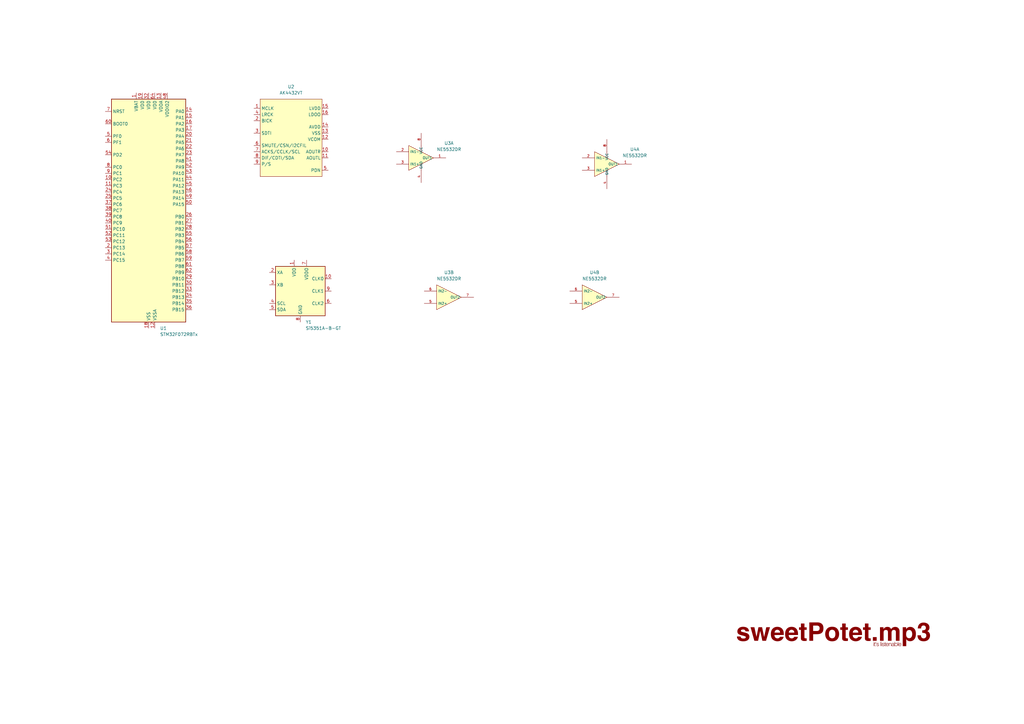
<source format=kicad_sch>
(kicad_sch (version 20250114) (generator "eeschema") (generator_version "9.0")
  (paper "A3")
  (title_block (title "sweetPotet.mp3") (date "2025-04-13") (rev "2") (company "Yumenegi Industries"))
  (polyline (pts (xy 335.3718 255.2723) (xy 335.5087 255.2791) (xy 335.6419 255.2905) (xy 335.7716 255.3065) (xy 335.8976 255.3271) (xy 336.0201 255.3522) (xy 336.1389 255.3819) (xy 336.2542 255.4161) (xy 336.3658 255.4549) (xy 336.4738 255.4983) (xy 336.5782 255.5463) (xy 336.6791 255.5988) (xy 336.7763 255.6558) (xy 336.8699 255.7175) (xy 336.9599 255.7837) (xy 337.0463 255.8545) (xy 337.1282 255.93) (xy 337.2049 256.0106) (xy 337.2763 256.0962) (xy 337.3424 256.1868) (xy 337.4032 256.2823) (xy 337.4587 256.3829) (xy 337.5089 256.4885) (xy 337.5538 256.5992) (xy 337.5935 256.7148) (xy 337.6279 256.8354) (xy 337.6569 256.961) (xy 337.6807 257.0917) (xy 337.6992 257.2273) (xy 337.7125 257.368) (xy 337.7204 257.5136) (xy 337.723 257.6643) (xy 337.7204 257.8285) (xy 337.7125 257.9866) (xy 337.6992 258.1385) (xy 337.6807 258.2843) (xy 337.6569 258.424) (xy 337.6279 258.5576) (xy 337.5935 258.685) (xy 337.5538 258.8063) (xy 337.5089 258.9215) (xy 337.4587 259.0305) (xy 337.4032 259.1334) (xy 337.3424 259.2302) (xy 337.2763 259.3209) (xy 337.2049 259.4054) (xy 337.1282 259.4838) (xy 337.0463 259.5561) (xy 336.9594 259.6232) (xy 336.868 259.6859) (xy 336.7721 259.7443) (xy 336.6717 259.7984) (xy 336.5667 259.8481) (xy 336.4572 259.8935) (xy 336.3432 259.9346) (xy 336.2247 259.9714) (xy 336.1016 260.0038) (xy 335.974 260.032) (xy 335.8419 260.0558) (xy 335.7053 260.0752) (xy 335.5641 260.0904) (xy 335.4184 260.1012) (xy 335.2682 260.1077) (xy 335.1134 260.1098) (xy 333.5087 260.1098) (xy 333.5087 262.8271) (xy 331.9398 262.8271) (xy 331.9398 258.8076) (xy 333.5087 258.8076) (xy 334.9801 258.8076) (xy 335.049 258.8065) (xy 335.1159 258.8033) (xy 335.1809 258.798) (xy 335.2438 258.7906) (xy 335.3049 258.7811) (xy 335.3639 258.7694) (xy 335.421 258.7556) (xy 335.4762 258.7397) (xy 335.5293 258.7216) (xy 335.5805 258.7014) (xy 335.6298 258.6792) (xy 335.6771 258.6547) (xy 335.7224 258.6282) (xy 335.7657 258.5995) (xy 335.8071 258.5688) (xy 335.8466 258.5359) (xy 335.8844 258.5007) (xy 335.9199 258.463) (xy 335.9529 258.4228) (xy 335.9834 258.3801) (xy 336.0115 258.335) (xy 336.0372 258.2874) (xy 336.0604 258.2373) (xy 336.0811 258.1847) (xy 336.0995 258.1296) (xy 336.1153 258.072) (xy 336.1288 258.012) (xy 336.1398 257.9495) (xy 336.1483 257.8845) (xy 336.1544 257.817) (xy 336.1581 257.747) (xy 336.1593 257.6745) (xy 336.1581 257.6022) (xy 336.1544 257.5324) (xy 336.1483 257.4653) (xy 336.1398 257.4009) (xy 336.1288 257.3391) (xy 336.1153 257.2799) (xy 336.0995 257.2234) (xy 336.0811 257.1695) (xy 336.0604 257.1183) (xy 336.0372 257.0697) (xy 336.0115 257.0238) (xy 335.9834 256.9805) (xy 335.9529 256.9398) (xy 335.9199 256.9018) (xy 335.8844 256.8664) (xy 335.8466 256.8337) (xy 335.8071 256.8033) (xy 335.7657 256.7748) (xy 335.7224 256.7483) (xy 335.6771 256.7238) (xy 335.6298 256.7012) (xy 335.5805 256.6806) (xy 335.5293 256.662) (xy 335.4762 256.6453) (xy 335.421 256.6306) (xy 335.3639 256.6178) (xy 335.3049 256.607) (xy 335.2438 256.5982) (xy 335.1809 256.5913) (xy 335.1159 256.5864) (xy 335.049 256.5835) (xy 334.9801 256.5825) (xy 333.5087 256.5825) (xy 333.5087 258.8076) (xy 331.9398 258.8076) (xy 331.9398 255.27) (xy 335.2313 255.27) (xy 335.3718 255.2723)) (stroke (width -0.0001) (type solid)) (fill (type color) (color 132 0 0 1)))
  (polyline (pts (xy 361.6392 264.9926) (xy 361.4951 264.9926) (xy 361.4951 263.7492) (xy 361.6392 263.7492) (xy 361.6392 264.9926)) (stroke (width -0.0001) (type solid)) (fill (type color) (color 132 0 0 1)))
  (polyline (pts (xy 310.2734 261.248) (xy 311.0783 257.2387) (xy 312.56 257.2387) (xy 313.4111 261.2634) (xy 314.2827 257.2387) (xy 315.8054 257.2387) (xy 314.1853 262.8271) (xy 312.6831 262.8271) (xy 311.8064 258.7563) (xy 310.9194 262.8271) (xy 309.4018 262.8271) (xy 307.833 257.2387) (xy 309.4018 257.2387) (xy 310.2734 261.248)) (stroke (width -0.0001) (type solid)) (fill (type color) (color 132 0 0 1)))
  (polyline (pts (xy 360.0028 263.717) (xy 360.0271 263.7184) (xy 360.0507 263.7207) (xy 360.0736 263.7238) (xy 360.0958 263.7276) (xy 360.1174 263.7323) (xy 360.1382 263.7377) (xy 360.1584 263.744) (xy 360.1779 263.751) (xy 360.1967 263.7588) (xy 360.2148 263.7674) (xy 360.2322 263.7769) (xy 360.2489 263.7871) (xy 360.265 263.7981) (xy 360.2803 263.8099) (xy 360.295 263.8225) (xy 360.309 263.8358) (xy 360.3223 263.85) (xy 360.3349 263.865) (xy 360.3468 263.8808) (xy 360.358 263.8973) (xy 360.3686 263.9147) (xy 360.3785 263.9328) (xy 360.3876 263.9518) (xy 360.3961 263.9715) (xy 360.4039 263.9921) (xy 360.4111 264.0134) (xy 360.4175 264.0355) (xy 360.4232 264.0584) (xy 360.4283 264.0821) (xy 360.4327 264.1066) (xy 360.2862 264.1066) (xy 360.2836 264.089) (xy 360.2804 264.0719) (xy 360.2767 264.0556) (xy 360.2724 264.0398) (xy 360.2676 264.0248) (xy 360.2622 264.0104) (xy 360.2563 263.9967) (xy 360.2499 263.9836) (xy 360.2428 263.9712) (xy 360.2353 263.9594) (xy 360.2272 263.9483) (xy 360.2185 263.9379) (xy 360.2093 263.9281) (xy 360.1995 263.919) (xy 360.1892 263.9105) (xy 360.1784 263.9027) (xy 360.1668 263.8958) (xy 360.1548 263.8893) (xy 360.1425 263.8832) (xy 360.1298 263.8776) (xy 360.1168 263.8725) (xy 360.1034 263.8677) (xy 360.0896 263.8635) (xy 360.0755 263.8597) (xy 360.0611 263.8563) (xy 360.0463 263.8534) (xy 360.0311 263.8509) (xy 360.0156 263.8489) (xy 359.9997 263.8473) (xy 359.9834 263.8462) (xy 359.9668 263.8455) (xy 359.9499 263.8453) (xy 359.9162 263.847) (xy 359.9002 263.8484) (xy 359.8847 263.8502) (xy 359.8698 263.8524) (xy 359.8554 263.855) (xy 359.8415 263.8579) (xy 359.8282 263.8613) (xy 359.8154 263.865) (xy 359.8032 263.8692) (xy 359.7915 263.8737) (xy 359.7803 263.8786) (xy 359.7697 263.8839) (xy 359.7596 263.8896) (xy 359.75 263.8957) (xy 359.741 263.9021) (xy 359.7325 263.909) (xy 359.7246 263.9163) (xy 359.7172 263.9239) (xy 359.7103 263.9319) (xy 359.704 263.9403) (xy 359.6982 263.9491) (xy 359.6929 263.9583) (xy 359.6882 263.9679) (xy 359.684 263.9779) (xy 359.6804 263.9883) (xy 359.6772 263.999) (xy 359.6747 264.0101) (xy 359.6726 264.0217) (xy 359.6712 264.0336) (xy 359.6702 264.0459) (xy 359.6698 264.0586) (xy 359.6699 264.0661) (xy 359.6703 264.0735) (xy 359.6711 264.0807) (xy 359.6721 264.0877) (xy 359.6733 264.0946) (xy 359.6749 264.1013) (xy 359.6767 264.1079) (xy 359.6789 264.1143) (xy 359.6813 264.1205) (xy 359.684 264.1265) (xy 359.6869 264.1324) (xy 359.6902 264.1381) (xy 359.6938 264.1437) (xy 359.6976 264.1491) (xy 359.7017 264.1543) (xy 359.7061 264.1594) (xy 359.7103 264.1642) (xy 359.7147 264.1689) (xy 359.7193 264.1735) (xy 359.7241 264.178) (xy 359.729 264.1824) (xy 359.7342 264.1867) (xy 359.7395 264.191) (xy 359.7451 264.1951) (xy 359.7508 264.1992) (xy 359.7567 264.2031) (xy 359.7629 264.207) (xy 359.7692 264.2108) (xy 359.7757 264.2145) (xy 359.7824 264.2181) (xy 359.7893 264.2216) (xy 359.7963 264.225) (xy 359.8265 264.2373) (xy 359.8577 264.2489) (xy 359.8901 264.26) (xy 359.9235 264.2704) (xy 359.958 264.2802) (xy 359.9937 264.2894) (xy 360.0304 264.2979) (xy 360.0682 264.3059) (xy 360.0872 264.3103) (xy 360.1061 264.315) (xy 360.1248 264.3199) (xy 360.1435 264.3249) (xy 360.1621 264.3301) (xy 360.1805 264.3355) (xy 360.1988 264.3411) (xy 360.217 264.3469) (xy 360.2347 264.3533) (xy 360.2433 264.3566) (xy 360.2518 264.3601) (xy 360.2601 264.3637) (xy 360.2684 264.3675) (xy 360.2765 264.3713) (xy 360.2844 264.3753) (xy 360.2923 264.3794) (xy 360.3 264.3836) (xy 360.3076 264.3879) (xy 360.315 264.3924) (xy 360.3224 264.3969) (xy 360.3296 264.4016) (xy 360.3367 264.4064) (xy 360.3436 264.4113) (xy 360.3507 264.4163) (xy 360.3576 264.4214) (xy 360.3643 264.4267) (xy 360.3709 264.4321) (xy 360.3772 264.4378) (xy 360.3834 264.4436) (xy 360.3894 264.4497) (xy 360.3952 264.4559) (xy 360.4008 264.4622) (xy 360.4062 264.4688) (xy 360.4115 264.4756) (xy 360.4166 264.4825) (xy 360.4214 264.4896) (xy 360.4262 264.4969) (xy 360.4307 264.5044) (xy 360.435 264.5121) (xy 360.4388 264.5198) (xy 360.4424 264.5278) (xy 360.4458 264.536) (xy 360.4489 264.5444) (xy 360.4517 264.5531) (xy 360.4543 264.5619) (xy 360.4566 264.571) (xy 360.4587 264.5804) (xy 360.4606 264.5899) (xy 360.4622 264.5997) (xy 360.4636 264.6097) (xy 360.4647 264.62) (xy 360.4655 264.6305) (xy 360.4662 264.6412) (xy 360.4665 264.6521) (xy 360.4667 264.6633) (xy 360.4658 264.6852) (xy 360.4639 264.7065) (xy 360.461 264.727) (xy 360.4569 264.7469) (xy 360.4545 264.7566) (xy 360.4518 264.7661) (xy 360.4488 264.7755) (xy 360.4456 264.7847) (xy 360.4421 264.7937) (xy 360.4384 264.8025) (xy 360.4343 264.8112) (xy 360.43 264.8197) (xy 360.4255 264.8281) (xy 360.4206 264.8362) (xy 360.4155 264.8442) (xy 360.4102 264.8521) (xy 360.4045 264.8597) (xy 360.3986 264.8672) (xy 360.3925 264.8745) (xy 360.386 264.8817) (xy 360.3793 264.8887) (xy 360.3723 264.8955) (xy 360.3651 264.9021) (xy 360.3576 264.9086) (xy 360.3418 264.921) (xy 360.3249 264.9328) (xy 360.3068 264.9442) (xy 360.2881 264.9548) (xy 360.2688 264.9647) (xy 360.2489 264.9738) (xy 360.2283 264.9822) (xy 360.2071 264.9899) (xy 360.1853 264.9969) (xy 360.1628 265.0031) (xy 360.1397 265.0086) (xy 360.116 265.0134) (xy 360.0917 265.0174) (xy 360.0667 265.0207) (xy 360.0411 265.0233) (xy 360.0148 265.0251) (xy 359.9879 265.0262) (xy 359.9604 265.0266) (xy 359.9331 265.0258) (xy 359.9066 265.0241) (xy 359.8809 265.0214) (xy 359.856 265.0178) (xy 359.8319 265.0133) (xy 359.8086 265.0078) (xy 359.7861 265.0014) (xy 359.7644 264.994) (xy 359.7435 264.9857) (xy 359.7234 264.9765) (xy 359.7041 264.9663) (xy 359.6855 264.9551) (xy 359.6678 264.9431) (xy 359.6509 264.93) (xy 359.6347 264.9161) (xy 359.6194 264.9012) (xy 359.6047 264.8863) (xy 359.5909 264.8709) (xy 359.578 264.855) (xy 359.5659 264.8386) (xy 359.5546 264.8217) (xy 359.5442 264.8044) (xy 359.5346 264.7865) (xy 359.5259 264.7682) (xy 359.5181 264.7493) (xy 359.5111 264.73) (xy 359.5049 264.7101) (xy 359.4996 264.6898) (xy 359.4952 264.669) (xy 359.4916 264.6476) (xy 359.4889 264.6258) (xy 359.487 264.6035) (xy 359.6334 264.6035) (xy 359.6416 264.6398) (xy 359.6518 264.6737) (xy 359.6577 264.6897) (xy 359.664 264.7052) (xy 359.6709 264.72) (xy 359.6783 264.7343) (xy 359.6861 264.7479) (xy 359.6945 264.761) (xy 359.7034 264.7734) (xy 359.7128 264.7853) (xy 359.7226 264.7966) (xy 359.733 264.8072) (xy 359.7439 264.8173) (xy 359.7553 264.8267) (xy 359.7672 264.8356) (xy 359.7796 264.8438) (xy 359.7925 264.8515) (xy 359.8059 264.8585) (xy 359.8198 264.865) (xy 359.8343 264.8709) (xy 359.8492 264.8761) (xy 359.8646 264.8808) (xy 359.8805 264.8848) (xy 359.8969 264.8883) (xy 359.9313 264.8934) (xy 359.9677 264.8961) (xy 360.0061 264.8965) (xy 360.0255 264.8959) (xy 360.0443 264.8948) (xy 360.0625 264.8932) (xy 360.0799 264.8911) (xy 360.0967 264.8885) (xy 360.1129 264.8853) (xy 360.1284 264.8816) (xy 360.1432 264.8774) (xy 360.1574 264.8727) (xy 360.1709 264.8674) (xy 360.1837 264.8617) (xy 360.1959 264.8554) (xy 360.2075 264.8485) (xy 360.2184 264.8412) (xy 360.2286 264.8333) (xy 360.2381 264.825) (xy 360.2472 264.8167) (xy 360.2557 264.8081) (xy 360.2636 264.7994) (xy 360.2709 264.7904) (xy 360.2777 264.7812) (xy 360.2838 264.7718) (xy 360.2894 264.7622) (xy 360.2944 264.7523) (xy 360.2988 264.7422) (xy 360.3026 264.7319) (xy 360.3058 264.7214) (xy 360.3084 264.7107) (xy 360.3105 264.6998) (xy 360.312 264.6886) (xy 360.3128 264.6772) (xy 360.3131 264.6656) (xy 360.313 264.6573) (xy 360.3126 264.6493) (xy 360.312 264.6414) (xy 360.3112 264.6337) (xy 360.31 264.6261) (xy 360.3087 264.6188) (xy 360.3071 264.6116) (xy 360.3052 264.6047) (xy 360.3031 264.5979) (xy 360.3008 264.5913) (xy 360.2982 264.5848) (xy 360.2953 264.5786) (xy 360.2922 264.5725) (xy 360.2889 264.5666) (xy 360.2853 264.5609) (xy 360.2815 264.5554) (xy 360.2772 264.5501) (xy 360.2726 264.5449) (xy 360.2679 264.5399) (xy 360.263 264.535) (xy 360.258 264.5303) (xy 360.2527 264.5257) (xy 360.2473 264.5213) (xy 360.2417 264.5171) (xy 360.2358 264.513) (xy 360.2299 264.509) (xy 360.2237 264.5052) (xy 360.2173 264.5016) (xy 360.2108 264.4981) (xy 360.2041 264.4948) (xy 360.1972 264.4916) (xy 360.1901 264.4886) (xy 360.1841 264.4852) (xy 360.1777 264.4818) (xy 360.171 264.4786) (xy 360.164 264.4755) (xy 360.1567 264.4725) (xy 360.149 264.4695) (xy 360.141 264.4667) (xy 360.1327 264.464) (xy 360.1241 264.4612) (xy 360.1156 264.4585) (xy 360.107 264.4559) (xy 360.0984 264.4535) (xy 360.0897 264.4512) (xy 360.081 264.4491) (xy 360.0723 264.4471) (xy 360.0635 264.4453) (xy 359.99 264.4312) (xy 359.9147 264.4172) (xy 359.8967 264.411) (xy 359.879 264.4052) (xy 359.8615 264.3998) (xy 359.8444 264.3949) (xy 359.8356 264.3931) (xy 359.8267 264.3911) (xy 359.8179 264.389) (xy 359.8089 264.3867) (xy 359.8 264.3843) (xy 359.791 264.3817) (xy 359.782 264.379) (xy 359.7729 264.3762) (xy 359.755 264.3704) (xy 359.7375 264.3642) (xy 359.7206 264.3577) (xy 359.7041 264.3507) (xy 359.688 264.3433) (xy 359.6725 264.3355) (xy 359.6574 264.3273) (xy 359.6428 264.3187) (xy 359.6357 264.3138) (xy 359.6288 264.3088) (xy 359.6221 264.3035) (xy 359.6156 264.2981) (xy 359.6092 264.2925) (xy 359.6031 264.2868) (xy 359.5971 264.2809) (xy 359.5913 264.2748) (xy 359.5856 264.2686) (xy 359.5802 264.2622) (xy 359.5749 264.2556) (xy 359.5699 264.2489) (xy 359.565 264.242) (xy 359.5603 264.2349) (xy 359.5558 264.2277) (xy 359.5514 264.2203) (xy 359.5472 264.2126) (xy 359.5432 264.2047) (xy 359.5395 264.1965) (xy 359.536 264.1882) (xy 359.5329 264.1796) (xy 359.53 264.1708) (xy 359.5274 264.1618) (xy 359.525 264.1526) (xy 359.523 264.1432) (xy 359.5212 264.1336) (xy 359.5197 264.1238) (xy 359.5185 264.1137) (xy 359.5175 264.1035) (xy 359.5168 264.093) (xy 359.5164 264.0824) (xy 359.5163 264.0715) (xy 359.5167 264.0518) (xy 359.5181 264.0326) (xy 359.5204 264.0139) (xy 359.5236 263.9957) (xy 359.5277 263.9779) (xy 359.5327 263.9607) (xy 359.5387 263.9439) (xy 359.5456 263.9276) (xy 359.5533 263.9118) (xy 359.562 263.8965) (xy 359.5716 263.8817) (xy 359.5822 263.8674) (xy 359.5936 263.8535) (xy 359.606 263.8401) (xy 359.6193 263.8272) (xy 359.6334 263.8148) (xy 359.6479 263.8032) (xy 359.663 263.7923) (xy 359.6789 263.7821) (xy 359.6956 263.7727) (xy 359.7129 263.764) (xy 359.731 263.756) (xy 359.7498 263.7487) (xy 359.7694 263.7422) (xy 359.7897 263.7364) (xy 359.8107 263.7314) (xy 359.8324 263.727) (xy 359.8549 263.7235) (xy 359.8781 263.7206) (xy 359.9021 263.7185) (xy 359.9268 263.7171) (xy 359.9522 263.7164) (xy 359.9779 263.7163) (xy 360.0028 263.717)) (stroke (width -0.0001) (type solid)) (fill (type color) (color 132 0 0 1)))
  (polyline (pts (xy 304.8758 257.0815) (xy 305.002 257.0864) (xy 305.1251 257.0946) (xy 305.2452 257.1061) (xy 305.3622 257.1209) (xy 305.4762 257.1389) (xy 305.5871 257.1603) (xy 305.6951 257.1849) (xy 305.7999 257.2128) (xy 305.9017 257.244) (xy 306.0005 257.2785) (xy 306.0962 257.3163) (xy 306.1889 257.3573) (xy 306.2786 257.4017) (xy 306.3652 257.4493) (xy 306.4487 257.5002) (xy 306.4895 257.5268) (xy 306.5292 257.5545) (xy 306.5678 257.5834) (xy 306.6052 257.6136) (xy 306.6416 257.6449) (xy 306.6769 257.6774) (xy 306.7111 257.7111) (xy 306.7442 257.746) (xy 306.7761 257.7821) (xy 306.807 257.8194) (xy 306.8368 257.8578) (xy 306.8654 257.8975) (xy 306.893 257.9383) (xy 306.9195 257.9804) (xy 306.9448 258.0236) (xy 306.9691 258.068) (xy 307.0143 258.1605) (xy 307.0551 258.2576) (xy 307.0915 258.3596) (xy 307.1235 258.4663) (xy 307.1511 258.5778) (xy 307.1743 258.6941) (xy 307.1931 258.8151) (xy 307.2075 258.9409) (xy 305.7463 258.9409) (xy 305.7421 258.9061) (xy 305.7371 258.8722) (xy 305.7314 258.8393) (xy 305.7249 258.8073) (xy 305.7176 258.7762) (xy 305.7096 258.746) (xy 305.7008 258.7167) (xy 305.6912 258.6884) (xy 305.6809 258.661) (xy 305.6698 258.6345) (xy 305.658 258.6089) (xy 305.6454 258.5842) (xy 305.632 258.5605) (xy 305.6179 258.5377) (xy 305.603 258.5158) (xy 305.5874 258.4948) (xy 305.572 258.4765) (xy 305.5559 258.4588) (xy 305.5392 258.4417) (xy 305.5219 258.4251) (xy 305.5038 258.4092) (xy 305.4851 258.3938) (xy 305.4458 258.3647) (xy 305.4037 258.338) (xy 305.3591 258.3136) (xy 305.3118 258.2916) (xy 305.2618 258.2718) (xy 305.2092 258.2544) (xy 305.154 258.2393) (xy 305.0961 258.2265) (xy 305.0356 258.2161) (xy 304.9724 258.2079) (xy 304.9066 258.2021) (xy 304.8382 258.1986) (xy 304.7671 258.1975) (xy 304.7085 258.1981) (xy 304.6521 258.1998) (xy 304.5978 258.2027) (xy 304.5457 258.2068) (xy 304.4956 258.212) (xy 304.4477 258.2184) (xy 304.4019 258.2259) (xy 304.3582 258.2347) (xy 304.3166 258.2445) (xy 304.2772 258.2556) (xy 304.2399 258.2678) (xy 304.2047 258.2811) (xy 304.1716 258.2956) (xy 304.1407 258.3113) (xy 304.1119 258.3282) (xy 304.0852 258.3462) (xy 304.061 258.3649) (xy 304.0383 258.3841) (xy 304.0172 258.4037) (xy 303.9977 258.4237) (xy 303.9797 258.4441) (xy 303.9633 258.4649) (xy 303.9485 258.4861) (xy 303.9352 258.5077) (xy 303.9235 258.5297) (xy 303.9134 258.552) (xy 303.9048 258.5748) (xy 303.8977 258.598) (xy 303.8923 258.6216) (xy 303.8884 258.6456) (xy 303.886 258.67) (xy 303.8852 258.6948) (xy 303.8861 258.7257) (xy 303.8886 258.7554) (xy 303.8928 258.7841) (xy 303.8987 258.8118) (xy 303.9063 258.8383) (xy 303.9155 258.8637) (xy 303.9265 258.8881) (xy 303.9391 258.9114) (xy 303.9534 258.9336) (xy 303.9694 258.9547) (xy 303.987 258.9748) (xy 304.0064 258.9938) (xy 304.0274 259.0116) (xy 304.0501 259.0284) (xy 304.0745 259.0442) (xy 304.1006 259.0588) (xy 304.1318 259.0742) (xy 304.1715 259.0909) (xy 304.2197 259.109) (xy 304.2765 259.1283) (xy 304.4156 259.171) (xy 304.5889 259.219) (xy 304.7963 259.2723) (xy 305.0378 259.3309) (xy 305.3135 259.3947) (xy 305.6233 259.4638) (xy 305.7305 259.4903) (xy 305.8344 259.5184) (xy 305.9348 259.5481) (xy 306.0318 259.5795) (xy 306.1255 259.6125) (xy 306.2157 259.6472) (xy 306.3025 259.6835) (xy 306.3859 259.7215) (xy 306.4659 259.7611) (xy 306.5425 259.8023) (xy 306.6157 259.8452) (xy 306.6855 259.8897) (xy 306.7519 259.9359) (xy 306.8149 259.9837) (xy 306.8745 260.0331) (xy 306.9306 260.0842) (xy 306.9828 260.1376) (xy 307.0316 260.1926) (xy 307.077 260.2492) (xy 307.1191 260.3075) (xy 307.1577 260.3675) (xy 307.1931 260.4291) (xy 307.225 260.4923) (xy 307.2536 260.5572) (xy 307.2789 260.6237) (xy 307.3007 260.6918) (xy 307.3192 260.7616) (xy 307.3344 260.8331) (xy 307.3462 260.9061) (xy 307.3546 260.9809) (xy 307.3596 261.0572) (xy 307.3613 261.1352) (xy 307.3589 261.2379) (xy 307.3516 261.3381) (xy 307.3395 261.436) (xy 307.3225 261.5316) (xy 307.3007 261.6248) (xy 307.2741 261.7156) (xy 307.2426 261.8041) (xy 307.2062 261.8902) (xy 307.165 261.9739) (xy 307.119 262.0553) (xy 307.0681 262.1343) (xy 307.0124 262.2109) (xy 306.9518 262.2852) (xy 306.8863 262.3571) (xy 306.8161 262.4267) (xy 306.7409 262.4939) (xy 306.6614 262.5572) (xy 306.5766 262.6164) (xy 306.4864 262.6716) (xy 306.391 262.7226) (xy 306.2903 262.7696) (xy 306.1844 262.8125) (xy 306.0731 262.8513) (xy 305.9565 262.8861) (xy 305.8347 262.9167) (xy 305.7075 262.9433) (xy 305.5751 262.9657) (xy 305.4374 262.9841) (xy 305.2944 262.9984) (xy 305.1461 263.0086) (xy 304.9926 263.0148) (xy 304.8337 263.0168) (xy 304.6717 263.0146) (xy 304.5151 263.0082) (xy 304.3638 262.9973) (xy 304.2179 262.9822) (xy 304.0773 262.9627) (xy 303.9421 262.9389) (xy 303.8123 262.9108) (xy 303.6879 262.8784) (xy 303.5688 262.8416) (xy 303.4551 262.8005) (xy 303.3467 262.7551) (xy 303.2437 262.7053) (xy 303.1461 262.6513) (xy 303.0539 262.5929) (xy 302.967 262.5301) (xy 302.8855 262.4631) (xy 302.8097 262.3921) (xy 302.7389 262.3187) (xy 302.6729 262.2429) (xy 302.6118 262.1648) (xy 302.5556 262.0843) (xy 302.5043 262.0014) (xy 302.4579 261.9162) (xy 302.4164 261.8286) (xy 302.3797 261.7387) (xy 302.348 261.6464) (xy 302.3211 261.5517) (xy 302.2991 261.4547) (xy 302.282 261.3553) (xy 302.2698 261.2535) (xy 302.2624 261.1494) (xy 302.26 261.0429) (xy 303.7417 261.0429) (xy 303.7479 261.0908) (xy 303.7549 261.1368) (xy 303.7628 261.1811) (xy 303.7715 261.2237) (xy 303.781 261.2644) (xy 303.7914 261.3034) (xy 303.8027 261.3407) (xy 303.8147 261.3762) (xy 303.8277 261.4099) (xy 303.8414 261.4419) (xy 303.856 261.4721) (xy 303.8715 261.5005) (xy 303.8877 261.5272) (xy 303.9049 261.5521) (xy 303.9228 261.5753) (xy 303.9416 261.5966) (xy 303.9591 261.6146) (xy 303.9774 261.632) (xy 304.0168 261.6651) (xy 304.0598 261.696) (xy 304.1063 261.7245) (xy 304.1565 261.7508) (xy 304.2103 261.7747) (xy 304.2677 261.7964) (xy 304.3287 261.8158) (xy 304.3933 261.8329) (xy 304.4615 261.8478) (xy 304.5334 261.8603) (xy 304.6088 261.8706) (xy 304.6878 261.8786) (xy 304.7704 261.8843) (xy 304.8567 261.8877) (xy 304.9465 261.8889) (xy 305.0514 261.8869) (xy 305.1017 261.8844) (xy 305.1506 261.8809) (xy 305.1982 261.8764) (xy 305.2443 261.8709) (xy 305.289 261.8643) (xy 305.3323 261.8568) (xy 305.3742 261.8483) (xy 305.4148 261.8388) (xy 305.4539 261.8283) (xy 305.4916 261.8168) (xy 305.5279 261.8043) (xy 305.5628 261.7907) (xy 305.5963 261.7762) (xy 305.6284 261.7607) (xy 305.6594 261.7442) (xy 305.6885 261.7267) (xy 305.7155 261.7081) (xy 305.7406 261.6886) (xy 305.7523 261.6785) (xy 305.7636 261.6681) (xy 305.7743 261.6574) (xy 305.7846 261.6466) (xy 305.7944 261.6354) (xy 305.8036 261.624) (xy 305.8124 261.6124) (xy 305.8207 261.6005) (xy 305.8284 261.5883) (xy 305.8357 261.576) (xy 305.8424 261.5633) (xy 305.8487 261.5504) (xy 305.8545 261.5373) (xy 305.8597 261.5239) (xy 305.8645 261.5102) (xy 305.8687 261.4963) (xy 305.8725 261.4822) (xy 305.8757 261.4678) (xy 305.8785 261.4532) (xy 305.8807 261.4383) (xy 305.8825 261.4231) (xy 305.8837 261.4077) (xy 305.8847 261.3762) (xy 305.8839 261.3459) (xy 305.8815 261.3165) (xy 305.8775 261.288) (xy 305.8719 261.2605) (xy 305.8647 261.2339) (xy 305.8559 261.2082) (xy 305.8455 261.1834) (xy 305.8335 261.1596) (xy 305.8199 261.1366) (xy 305.8046 261.1146) (xy 305.7878 261.0935) (xy 305.7694 261.0734) (xy 305.7494 261.0541) (xy 305.7277 261.0358) (xy 305.7045 261.0184) (xy 305.6797 261.0019) (xy 305.6497 260.9852) (xy 305.611 260.967) (xy 305.5637 260.9474) (xy 305.5076 260.9263) (xy 305.4428 260.9038) (xy 305.3694 260.8798) (xy 305.1965 260.8276) (xy 304.9887 260.7696) (xy 304.7462 260.7058) (xy 304.469 260.6363) (xy 304.157 260.561) (xy 303.9286 260.5002) (xy 303.8209 260.4684) (xy 303.7177 260.4357) (xy 303.6187 260.4021) (xy 303.5242 260.3675) (xy 303.434 260.3321) (xy 303.3482 260.2957) (xy 303.2667 260.2584) (xy 303.1897 260.2201) (xy 303.1169 260.181) (xy 303.0486 260.1409) (xy 302.9846 260.0999) (xy 302.925 260.058) (xy 302.8697 260.0152) (xy 302.8188 259.9714) (xy 302.7717 259.9266) (xy 302.7275 259.8794) (xy 302.6864 259.8299) (xy 302.6484 259.7779) (xy 302.6134 259.7235) (xy 302.5814 259.6667) (xy 302.5525 259.6075) (xy 302.5266 259.5459) (xy 302.5038 259.4819) (xy 302.484 259.4155) (xy 302.4672 259.3466) (xy 302.4535 259.2754) (xy 302.4429 259.2018) (xy 302.4353 259.1258) (xy 302.4307 259.0474) (xy 302.4292 258.9665) (xy 302.4316 258.8706) (xy 302.4386 258.7764) (xy 302.4505 258.684) (xy 302.467 258.5932) (xy 302.4883 258.5042) (xy 302.5143 258.4169) (xy 302.545 258.3313) (xy 302.5804 258.2475) (xy 302.6206 258.1653) (xy 302.6655 258.0849) (xy 302.7151 258.0062) (xy 302.7695 257.9293) (xy 302.8286 257.854) (xy 302.8924 257.7805) (xy 302.9609 257.7087) (xy 303.0342 257.6386) (xy 303.1124 257.571) (xy 303.1944 257.5077) (xy 303.2803 257.4487) (xy 303.37 257.3942) (xy 303.4636 257.3439) (xy 303.561 257.2981) (xy 303.6622 257.2566) (xy 303.7673 257.2195) (xy 303.8763 257.1868) (xy 303.9891 257.1584) (xy 304.1057 257.1344) (xy 304.2262 257.1147) (xy 304.3505 257.0995) (xy 304.4787 257.0885) (xy 304.6107 257.082) (xy 304.7466 257.0798) (xy 304.8758 257.0815)) (stroke (width -0.0001) (type solid)) (fill (type color) (color 132 0 0 1)))
  (polyline (pts (xy 358.8611 263.7492) (xy 359.0943 263.7492) (xy 359.0943 263.8699) (xy 358.8611 263.8699) (xy 358.8611 264.7219) (xy 358.8609 264.7327) (xy 358.8609 264.7432) (xy 358.8611 264.7533) (xy 358.8615 264.763) (xy 358.862 264.7725) (xy 358.8628 264.7815) (xy 358.8638 264.7903) (xy 358.8649 264.7986) (xy 358.8663 264.8067) (xy 358.8678 264.8143) (xy 358.8695 264.8217) (xy 358.8714 264.8287) (xy 358.8735 264.8353) (xy 358.8758 264.8416) (xy 358.8783 264.8475) (xy 358.881 264.8531) (xy 358.8836 264.8584) (xy 358.8868 264.8633) (xy 358.8904 264.8679) (xy 358.8946 264.8721) (xy 358.8994 264.876) (xy 358.9046 264.8796) (xy 358.9104 264.8828) (xy 358.9168 264.8856) (xy 358.9236 264.8882) (xy 358.931 264.8904) (xy 358.9389 264.8923) (xy 358.9474 264.8938) (xy 358.9564 264.895) (xy 358.9659 264.8958) (xy 358.9759 264.8963) (xy 358.9865 264.8965) (xy 359.0014 264.8962) (xy 359.0162 264.8955) (xy 359.031 264.8942) (xy 359.0457 264.8924) (xy 359.0603 264.8901) (xy 359.0748 264.8873) (xy 359.0893 264.8839) (xy 359.1037 264.8801) (xy 359.1037 264.9973) (xy 359.0898 264.9999) (xy 359.0741 265.0031) (xy 359.0564 265.0069) (xy 359.0369 265.0113) (xy 359.0259 265.0144) (xy 359.0145 265.0171) (xy 359.0027 265.0195) (xy 358.9906 265.0216) (xy 358.9781 265.0233) (xy 358.9653 265.0247) (xy 358.952 265.0258) (xy 358.9384 265.0266) (xy 358.9255 265.0264) (xy 358.9129 265.0257) (xy 358.9007 265.0246) (xy 358.8889 265.0231) (xy 358.8775 265.0212) (xy 358.8664 265.0188) (xy 358.8558 265.016) (xy 358.8456 265.0128) (xy 358.8357 265.0091) (xy 358.8263 265.0051) (xy 358.8172 265.0005) (xy 358.8086 264.9956) (xy 358.8003 264.9902) (xy 358.7925 264.9844) (xy 358.785 264.9782) (xy 358.7779 264.9715) (xy 358.7705 264.9639) (xy 358.7636 264.9557) (xy 358.7572 264.9469) (xy 358.7512 264.9375) (xy 358.7458 264.9275) (xy 358.7408 264.917) (xy 358.7362 264.9059) (xy 358.7322 264.8941) (xy 358.7286 264.8818) (xy 358.7255 264.869) (xy 358.7229 264.8555) (xy 358.7208 264.8414) (xy 358.7191 264.8268) (xy 358.7179 264.8115) (xy 358.7172 264.7957) (xy 358.717 264.7793) (xy 358.717 263.8699) (xy 358.5424 263.8699) (xy 358.5424 263.7492) (xy 358.717 263.7492) (xy 358.717 263.4035) (xy 358.8611 263.4035) (xy 358.8611 263.7492)) (stroke (width -0.0001) (type solid)) (fill (type color) (color 132 0 0 1)))
  (polyline (pts (xy 359.3316 263.8066) (xy 359.2063 263.8066) (xy 359.2063 263.2652) (xy 359.3316 263.2652) (xy 359.3316 263.8066)) (stroke (width -0.0001) (type solid)) (fill (type color) (color 132 0 0 1)))
  (polyline (pts (xy 358.4656 263.4785) (xy 358.3074 263.4785) (xy 358.3074 263.2652) (xy 358.4656 263.2652) (xy 358.4656 263.4785)) (stroke (width -0.0001) (type solid)) (fill (type color) (color 132 0 0 1)))
  (polyline (pts (xy 359.5638 262.8271) (xy 358.0103 262.8271) (xy 358.0103 261.2993) (xy 359.5638 261.2993) (xy 359.5638 262.8271)) (stroke (width -0.0001) (type solid)) (fill (type color) (color 132 0 0 1)))
  (polyline (pts (xy 378.9677 255.3593) (xy 379.0961 255.3658) (xy 379.2213 255.3766) (xy 379.3432 255.3918) (xy 379.4619 255.4112) (xy 379.5774 255.435) (xy 379.6896 255.4631) (xy 379.7986 255.4956) (xy 379.9043 255.5324) (xy 380.0068 255.5735) (xy 380.106 255.6189) (xy 380.202 255.6686) (xy 380.2947 255.7227) (xy 380.3842 255.7811) (xy 380.4705 255.8438) (xy 380.5535 255.9109) (xy 380.633 255.9809) (xy 380.7073 256.0539) (xy 380.7765 256.1299) (xy 380.8406 256.2089) (xy 380.8996 256.2908) (xy 380.9534 256.3757) (xy 381.0021 256.4635) (xy 381.0457 256.5543) (xy 381.0841 256.6481) (xy 381.1175 256.7448) (xy 381.1457 256.8445) (xy 381.1687 256.9472) (xy 381.1867 257.0528) (xy 381.1995 257.1614) (xy 381.2072 257.2729) (xy 381.2097 257.3874) (xy 381.2082 257.4687) (xy 381.2037 257.5483) (xy 381.196 257.6263) (xy 381.1854 257.7027) (xy 381.1717 257.7776) (xy 381.1549 257.8508) (xy 381.1352 257.9224) (xy 381.1123 257.9924) (xy 381.0865 258.0608) (xy 381.0575 258.1276) (xy 381.0256 258.1928) (xy 380.9906 258.2564) (xy 380.9525 258.3184) (xy 380.9114 258.3788) (xy 380.8673 258.4376) (xy 380.8201 258.4948) (xy 380.7893 258.5294) (xy 380.7582 258.5625) (xy 380.7271 258.5943) (xy 380.6958 258.6246) (xy 380.6643 258.6536) (xy 380.6326 258.6811) (xy 380.6008 258.7072) (xy 380.5689 258.732) (xy 380.5367 258.7553) (xy 380.5045 258.7772) (xy 380.472 258.7978) (xy 380.4394 258.8169) (xy 380.4067 258.8346) (xy 380.3737 258.8509) (xy 380.3406 258.8658) (xy 380.3074 258.8794) (xy 380.3201 258.8797) (xy 380.3331 258.8807) (xy 380.3601 258.8847) (xy 380.3885 258.8914) (xy 380.4183 258.9008) (xy 380.4494 258.9129) (xy 380.4819 258.9277) (xy 380.5157 258.9451) (xy 380.5509 258.9652) (xy 380.5875 258.9881) (xy 380.6254 259.0135) (xy 380.6647 259.0417) (xy 380.7054 259.0726) (xy 380.7474 259.1061) (xy 380.7908 259.1424) (xy 380.8355 259.1813) (xy 380.8816 259.2229) (xy 380.9493 259.2891) (xy 381.0126 259.3583) (xy 381.0715 259.4304) (xy 381.1261 259.5055) (xy 381.1763 259.5836) (xy 381.2222 259.6646) (xy 381.2636 259.7486) (xy 381.3007 259.8355) (xy 381.3335 259.9255) (xy 381.3619 260.0183) (xy 381.3859 260.1142) (xy 381.4055 260.213) (xy 381.4208 260.3148) (xy 381.4317 260.4195) (xy 381.4383 260.5272) (xy 381.4405 260.6379) (xy 381.4379 260.7549) (xy 381.4302 260.8702) (xy 381.4174 260.9837) (xy 381.3994 261.0955) (xy 381.3764 261.2055) (xy 381.3482 261.3137) (xy 381.3148 261.4202) (xy 381.2764 261.5249) (xy 381.2328 261.6278) (xy 381.1841 261.729) (xy 381.1303 261.8284) (xy 381.0713 261.9261) (xy 381.0072 262.0219) (xy 380.938 262.1161) (xy 380.8637 262.2084) (xy 380.7842 262.299) (xy 380.7004 262.3853) (xy 380.6116 262.4661) (xy 380.5179 262.5412) (xy 380.4192 262.6108) (xy 380.3157 262.6748) (xy 380.2072 262.7333) (xy 380.0938 262.7862) (xy 379.9754 262.8335) (xy 379.8522 262.8753) (xy 379.724 262.9115) (xy 379.5909 262.9421) (xy 379.4528 262.9671) (xy 379.3098 262.9866) (xy 379.1619 263.0005) (xy 379.0091 263.0089) (xy 378.8514 263.0117) (xy 378.6577 263.0077) (xy 378.4716 262.9956) (xy 378.2931 262.9754) (xy 378.1221 262.9473) (xy 377.9585 262.911) (xy 377.8026 262.8668) (xy 377.6541 262.8144) (xy 377.5132 262.754) (xy 377.3798 262.6856) (xy 377.254 262.6091) (xy 377.1357 262.5246) (xy 377.0249 262.432) (xy 376.9216 262.3314) (xy 376.8259 262.2227) (xy 376.7377 262.106) (xy 376.657 261.9812) (xy 376.6178 261.9113) (xy 376.5808 261.8387) (xy 376.546 261.7635) (xy 376.5135 261.6857) (xy 376.4832 261.6053) (xy 376.4552 261.5221) (xy 376.4294 261.4364) (xy 376.4058 261.348) (xy 376.3845 261.2569) (xy 376.3654 261.1633) (xy 376.3486 261.0669) (xy 376.334 260.968) (xy 376.3217 260.8663) (xy 376.3116 260.7621) (xy 376.3038 260.6552) (xy 376.2981 260.5456) (xy 377.7337 260.5456) (xy 377.7342 260.6008) (xy 377.7359 260.6547) (xy 377.7387 260.7075) (xy 377.7426 260.759) (xy 377.7477 260.8094) (xy 377.7539 260.8585) (xy 377.7611 260.9065) (xy 377.7696 260.9532) (xy 377.7791 260.9988) (xy 377.7897 261.0431) (xy 377.8015 261.0862) (xy 377.8144 261.1282) (xy 377.8284 261.1689) (xy 377.8436 261.2084) (xy 377.8598 261.2468) (xy 377.8772 261.2839) (xy 377.8943 261.317) (xy 377.9122 261.3491) (xy 377.931 261.3801) (xy 377.9507 261.4101) (xy 377.9712 261.439) (xy 377.9925 261.4668) (xy 378.0147 261.4937) (xy 378.0378 261.5194) (xy 378.0617 261.5441) (xy 378.0864 261.5678) (xy 378.112 261.5904) (xy 378.1385 261.6119) (xy 378.1658 261.6324) (xy 378.1939 261.6519) (xy 378.2229 261.6703) (xy 378.2528 261.6876) (xy 378.2835 261.7039) (xy 378.315 261.7192) (xy 378.3474 261.7334) (xy 378.3807 261.7465) (xy 378.4148 261.7586) (xy 378.4498 261.7697) (xy 378.4856 261.7796) (xy 378.5223 261.7886) (xy 378.5598 261.7965) (xy 378.5981 261.8033) (xy 378.6374 261.8091) (xy 378.6774 261.8138) (xy 378.7183 261.8175) (xy 378.7601 261.8201) (xy 378.8462 261.8222) (xy 378.8996 261.8211) (xy 378.9521 261.8177) (xy 379.0037 261.812) (xy 379.0545 261.804) (xy 379.1044 261.7937) (xy 379.1533 261.7811) (xy 379.2014 261.7663) (xy 379.2487 261.7492) (xy 379.295 261.7298) (xy 379.3405 261.7081) (xy 379.3851 261.6841) (xy 379.4288 261.6578) (xy 379.4716 261.6293) (xy 379.5135 261.5985) (xy 379.5546 261.5654) (xy 379.5947 261.53) (xy 379.6339 261.4918) (xy 379.6704 261.4516) (xy 379.7045 261.4095) (xy 379.7361 261.3653) (xy 379.7651 261.3191) (xy 379.7916 261.2709) (xy 379.8155 261.2207) (xy 379.837 261.1685) (xy 379.8559 261.1143) (xy 379.8723 261.0582) (xy 379.8862 261) (xy 379.8976 260.9398) (xy 379.9064 260.8775) (xy 379.9127 260.8133) (xy 379.9165 260.7471) (xy 379.9177 260.6789) (xy 379.9154 260.5892) (xy 379.9084 260.5032) (xy 379.8968 260.4211) (xy 379.8806 260.3428) (xy 379.8597 260.2683) (xy 379.8341 260.1975) (xy 379.8039 260.1306) (xy 379.7691 260.0675) (xy 379.7296 260.0082) (xy 379.6854 259.9527) (xy 379.6366 259.901) (xy 379.5832 259.8532) (xy 379.5251 259.8091) (xy 379.4624 259.7688) (xy 379.395 259.7323) (xy 379.323 259.6997) (xy 379.2792 259.6829) (xy 379.2323 259.6672) (xy 379.1824 259.6526) (xy 379.1295 259.6391) (xy 379.0735 259.6267) (xy 379.0144 259.6153) (xy 378.9524 259.605) (xy 378.8872 259.5959) (xy 378.8191 259.5877) (xy 378.7478 259.5807) (xy 378.6736 259.5748) (xy 378.5963 259.5699) (xy 378.5159 259.5661) (xy 378.4325 259.5634) (xy 378.2566 259.5612) (xy 378.2566 258.5154) (xy 378.4281 258.5109) (xy 378.586 258.5029) (xy 378.7305 258.4911) (xy 378.8616 258.4756) (xy 378.9792 258.4565) (xy 379.033 258.4455) (xy 379.0833 258.4336) (xy 379.1304 258.4208) (xy 379.174 258.4071) (xy 379.2143 258.3925) (xy 379.2512 258.3769) (xy 379.2812 258.363) (xy 379.3102 258.3483) (xy 379.3383 258.3327) (xy 379.3654 258.3162) (xy 379.3916 258.2989) (xy 379.4168 258.2807) (xy 379.441 258.2616) (xy 379.4643 258.2417) (xy 379.4867 258.2209) (xy 379.5081 258.1993) (xy 379.5285 258.1768) (xy 379.548 258.1534) (xy 379.5666 258.1292) (xy 379.5842 258.1041) (xy 379.6008 258.0782) (xy 379.6165 258.0514) (xy 379.6313 258.0237) (xy 379.6451 257.9952) (xy 379.6579 257.9658) (xy 379.6698 257.9355) (xy 379.6808 257.9044) (xy 379.6907 257.8724) (xy 379.6998 257.8396) (xy 379.7079 257.8059) (xy 379.715 257.7714) (xy 379.7212 257.7359) (xy 379.7264 257.6997) (xy 379.7307 257.6625) (xy 379.734 257.6245) (xy 379.7364 257.5857) (xy 379.7383 257.5053) (xy 379.7373 257.4528) (xy 379.7344 257.4014) (xy 379.7295 257.3514) (xy 379.7226 257.3025) (xy 379.7138 257.2549) (xy 379.703 257.2085) (xy 379.6902 257.1634) (xy 379.6755 257.1195) (xy 379.6588 257.0769) (xy 379.6402 257.0355) (xy 379.6196 256.9954) (xy 379.597 256.9564) (xy 379.5725 256.9188) (xy 379.546 256.8823) (xy 379.5175 256.8472) (xy 379.4871 256.8132) (xy 379.4555 256.7809) (xy 379.4224 256.7507) (xy 379.3876 256.7226) (xy 379.3512 256.6966) (xy 379.3132 256.6726) (xy 379.2737 256.6508) (xy 379.2325 256.631) (xy 379.1897 256.6133) (xy 379.1453 256.5976) (xy 379.0994 256.5841) (xy 379.0518 256.5726) (xy 379.0026 256.5633) (xy 378.9518 256.556) (xy 378.8994 256.5508) (xy 378.8454 256.5477) (xy 378.7898 256.5466) (xy 378.7262 256.5479) (xy 378.6646 256.5517) (xy 378.6052 256.5581) (xy 378.5479 256.5671) (xy 378.4927 256.5787) (xy 378.4397 256.5928) (xy 378.3887 256.6094) (xy 378.3399 256.6286) (xy 378.2933 256.6504) (xy 378.2487 256.6748) (xy 378.2063 256.7017) (xy 378.1659 256.7312) (xy 378.1277 256.7632) (xy 378.0917 256.7978) (xy 378.0577 256.835) (xy 378.0259 256.8747) (xy 377.9968 256.9166) (xy 377.9696 256.9602) (xy 377.9444 257.0055) (xy 377.9211 257.0526) (xy 377.8998 257.1013) (xy 377.8805 257.1518) (xy 377.8631 257.204) (xy 377.8477 257.258) (xy 377.8343 257.3136) (xy 377.8228 257.371) (xy 377.8133 257.4301) (xy 377.8058 257.4909) (xy 377.8002 257.5535) (xy 377.7966 257.6177) (xy 377.7949 257.6837) (xy 377.7952 257.7514) (xy 376.4314 257.7514) (xy 376.4389 257.6139) (xy 376.451 257.4781) (xy 376.4677 257.3441) (xy 376.4891 257.2118) (xy 376.5152 257.0813) (xy 376.5458 256.9526) (xy 376.5812 256.8256) (xy 376.6211 256.7004) (xy 376.6444 256.6462) (xy 376.6692 256.5925) (xy 376.6956 256.5393) (xy 376.7237 256.4867) (xy 376.7533 256.4346) (xy 376.7846 256.383) (xy 376.8174 256.3319) (xy 376.8518 256.2813) (xy 376.8879 256.2312) (xy 376.9255 256.1817) (xy 376.9648 256.1327) (xy 377.0057 256.0842) (xy 377.0481 256.0363) (xy 377.0922 255.9888) (xy 377.1378 255.9419) (xy 377.1851 255.8955) (xy 377.2214 255.8633) (xy 377.2586 255.832) (xy 377.2966 255.8018) (xy 377.3354 255.7724) (xy 377.3751 255.7441) (xy 377.4156 255.7167) (xy 377.4569 255.6903) (xy 377.4991 255.6648) (xy 377.5422 255.6403) (xy 377.586 255.6167) (xy 377.6308 255.5941) (xy 377.6763 255.5725) (xy 377.7227 255.5518) (xy 377.77 255.5321) (xy 377.8181 255.5134) (xy 377.867 255.4956) (xy 377.917 255.4788) (xy 377.9685 255.4631) (xy 378.0213 255.4485) (xy 378.0756 255.435) (xy 378.1312 255.4226) (xy 378.1883 255.4112) (xy 378.2468 255.401) (xy 378.3066 255.3918) (xy 378.3679 255.3837) (xy 378.4306 255.3766) (xy 378.4946 255.3707) (xy 378.5601 255.3658) (xy 378.6952 255.3593) (xy 378.836 255.3572) (xy 378.9677 255.3593)) (stroke (width -0.0001) (type solid)) (fill (type color) (color 132 0 0 1)))
  (polyline (pts (xy 363.9366 263.7174) (xy 363.9682 263.7196) (xy 363.9988 263.7232) (xy 364.0284 263.7282) (xy 364.057 263.7344) (xy 364.0846 263.742) (xy 364.1112 263.7509) (xy 364.1367 263.7612) (xy 364.1613 263.7727) (xy 364.1849 263.7856) (xy 364.2075 263.7998) (xy 364.2291 263.8153) (xy 364.2496 263.8322) (xy 364.2692 263.8504) (xy 364.2878 263.8699) (xy 364.3054 263.8907) (xy 364.3219 263.9129) (xy 364.3375 263.9364) (xy 364.352 263.9612) (xy 364.3656 263.9873) (xy 364.3781 264.0148) (xy 364.3897 264.0436) (xy 364.4098 264.1051) (xy 364.4259 264.1719) (xy 364.438 264.2441) (xy 364.446 264.3215) (xy 364.4501 264.4043) (xy 363.4856 264.4043) (xy 363.486 264.4298) (xy 363.4873 264.4548) (xy 363.4893 264.4793) (xy 363.4922 264.5032) (xy 363.4959 264.5267) (xy 363.5005 264.5496) (xy 363.5058 264.572) (xy 363.512 264.5938) (xy 363.519 264.6152) (xy 363.5268 264.636) (xy 363.5355 264.6563) (xy 363.545 264.6761) (xy 363.5553 264.6954) (xy 363.5664 264.7141) (xy 363.5783 264.7323) (xy 363.5911 264.75) (xy 363.6047 264.7675) (xy 363.6191 264.7838) (xy 363.6342 264.799) (xy 363.6502 264.8132) (xy 363.667 264.8262) (xy 363.6845 264.8381) (xy 363.7029 264.849) (xy 363.7221 264.8587) (xy 363.742 264.8673) (xy 363.7628 264.8748) (xy 363.7843 264.8811) (xy 363.8067 264.8864) (xy 363.8298 264.8906) (xy 363.8537 264.8937) (xy 363.8785 264.8956) (xy 363.904 264.8965) (xy 363.9402 264.8951) (xy 363.9577 264.8936) (xy 363.9747 264.8915) (xy 363.9914 264.8889) (xy 364.0076 264.8857) (xy 364.0233 264.882) (xy 364.0387 264.8777) (xy 364.0536 264.8729) (xy 364.0681 264.8676) (xy 364.0822 264.8616) (xy 364.0959 264.8552) (xy 364.1091 264.8482) (xy 364.1219 264.8406) (xy 364.1343 264.8325) (xy 364.1463 264.8238) (xy 364.1578 264.8146) (xy 364.1689 264.8049) (xy 364.1796 264.7945) (xy 364.1899 264.7837) (xy 364.1998 264.7723) (xy 364.2092 264.7603) (xy 364.2182 264.7478) (xy 364.2268 264.7348) (xy 364.2349 264.7212) (xy 364.2427 264.707) (xy 364.25 264.6923) (xy 364.2569 264.677) (xy 364.2633 264.6612) (xy 364.2694 264.6449) (xy 364.275 264.628) (xy 364.2802 264.6105) (xy 364.4407 264.6105) (xy 364.4341 264.6328) (xy 364.427 264.6546) (xy 364.4192 264.6759) (xy 364.4109 264.6967) (xy 364.402 264.7169) (xy 364.3925 264.7367) (xy 364.3825 264.7559) (xy 364.3719 264.7746) (xy 364.3607 264.7928) (xy 364.3489 264.8105) (xy 364.3365 264.8277) (xy 364.3236 264.8443) (xy 364.3101 264.8605) (xy 364.296 264.8761) (xy 364.2813 264.8912) (xy 364.2661 264.9059) (xy 364.2497 264.9202) (xy 364.2325 264.9336) (xy 364.2144 264.9461) (xy 364.1956 264.9578) (xy 364.1758 264.9685) (xy 364.1553 264.9783) (xy 364.1339 264.9872) (xy 364.1117 264.9952) (xy 364.0887 265.0023) (xy 364.0648 265.0085) (xy 364.0401 265.0137) (xy 364.0145 265.0181) (xy 363.9881 265.0216) (xy 363.9609 265.0241) (xy 363.9329 265.0258) (xy 363.904 265.0266) (xy 363.8677 265.0253) (xy 363.8326 265.0226) (xy 363.7987 265.0185) (xy 363.7661 265.0129) (xy 363.7346 265.006) (xy 363.7044 264.9977) (xy 363.6754 264.9879) (xy 363.6476 264.9768) (xy 363.6211 264.9642) (xy 363.5957 264.9502) (xy 363.5716 264.9348) (xy 363.5487 264.918) (xy 363.527 264.8998) (xy 363.5065 264.8802) (xy 363.4873 264.8592) (xy 363.4692 264.8367) (xy 363.4523 264.8138) (xy 363.4366 264.79) (xy 363.4219 264.7655) (xy 363.4083 264.7403) (xy 363.3959 264.7142) (xy 363.3845 264.6874) (xy 363.3743 264.6597) (xy 363.3652 264.6313) (xy 363.3572 264.6022) (xy 363.3503 264.5722) (xy 363.3445 264.5415) (xy 363.3398 264.51) (xy 363.3362 264.4777) (xy 363.3337 264.4446) (xy 363.3324 264.4108) (xy 363.3321 264.3762) (xy 363.3327 264.3414) (xy 363.3345 264.3073) (xy 363.3365 264.2848) (xy 363.4856 264.2848) (xy 364.2966 264.2848) (xy 364.2962 264.2613) (xy 364.295 264.2384) (xy 364.2931 264.216) (xy 364.2904 264.1941) (xy 364.287 264.1727) (xy 364.2827 264.1519) (xy 364.2777 264.1317) (xy 364.272 264.1119) (xy 364.2654 264.0927) (xy 364.2581 264.074) (xy 364.25 264.0559) (xy 364.2412 264.0382) (xy 364.2316 264.0211) (xy 364.2212 264.0046) (xy 364.21 263.9885) (xy 364.1981 263.973) (xy 364.1852 263.9579) (xy 364.1715 263.9436) (xy 364.1571 263.9304) (xy 364.142 263.9181) (xy 364.1261 263.9067) (xy 364.1095 263.8963) (xy 364.0922 263.8869) (xy 364.0742 263.8784) (xy 364.0555 263.8709) (xy 364.036 263.8644) (xy 364.0158 263.8588) (xy 363.9949 263.8542) (xy 363.9732 263.8505) (xy 363.9509 263.8478) (xy 363.9278 263.8461) (xy 363.904 263.8453) (xy 363.8806 263.8461) (xy 363.8579 263.8479) (xy 363.8358 263.8506) (xy 363.8145 263.8543) (xy 363.7938 263.859) (xy 363.7738 263.8647) (xy 363.7545 263.8714) (xy 363.7358 263.879) (xy 363.7179 263.8876) (xy 363.7006 263.8972) (xy 363.6839 263.9078) (xy 363.668 263.9194) (xy 363.6527 263.9319) (xy 363.6382 263.9454) (xy 363.6242 263.9599) (xy 363.611 263.9754) (xy 363.5984 263.9914) (xy 363.5865 264.0079) (xy 363.5752 264.0248) (xy 363.5645 264.0422) (xy 363.5545 264.06) (xy 363.545 264.0782) (xy 363.5363 264.0969) (xy 363.5281 264.116) (xy 363.5206 264.1356) (xy 363.5137 264.1556) (xy 363.5074 264.176) (xy 363.5018 264.1969) (xy 363.4968 264.2182) (xy 363.4925 264.2399) (xy 363.4887 264.2621) (xy 363.4856 264.2848) (xy 363.3365 264.2848) (xy 363.3375 264.274) (xy 363.3417 264.2414) (xy 363.3471 264.2095) (xy 363.3537 264.1784) (xy 363.3615 264.148) (xy 363.3705 264.1184) (xy 363.3807 264.0894) (xy 363.3921 264.0612) (xy 363.4047 264.0338) (xy 363.4185 264.007) (xy 363.4335 263.981) (xy 363.4496 263.9558) (xy 363.467 263.9312) (xy 363.4856 263.9074) (xy 363.5047 263.8848) (xy 363.5247 263.8637) (xy 363.5457 263.8439) (xy 363.5676 263.8256) (xy 363.5904 263.8087) (xy 363.6142 263.7932) (xy 363.639 263.7791) (xy 363.6646 263.7665) (xy 363.6913 263.7553) (xy 363.7188 263.7455) (xy 363.7473 263.7371) (xy 363.7768 263.7301) (xy 363.8072 263.7245) (xy 363.8385 263.7204) (xy 363.8708 263.7177) (xy 363.904 263.7164) (xy 363.9366 263.7174)) (stroke (width -0.0001) (type solid)) (fill (type color) (color 132 0 0 1)))
  (polyline (pts (xy 329.9403 257.29) (xy 330.8478 257.29) (xy 330.8478 258.3308) (xy 329.9403 258.3308) (xy 329.9403 261.2839) (xy 329.9417 261.3658) (xy 329.9434 261.4037) (xy 329.9458 261.4396) (xy 329.9489 261.4736) (xy 329.9526 261.5055) (xy 329.957 261.5354) (xy 329.9621 261.5633) (xy 329.9679 261.5892) (xy 329.9744 261.6131) (xy 329.9815 261.6351) (xy 329.9894 261.655) (xy 329.9979 261.6729) (xy 330.0071 261.6888) (xy 330.0169 261.7027) (xy 330.0275 261.7146) (xy 330.0333 261.7196) (xy 330.0398 261.7245) (xy 330.047 261.7292) (xy 330.0549 261.7338) (xy 330.0728 261.7424) (xy 330.0935 261.7505) (xy 330.117 261.7578) (xy 330.1433 261.7646) (xy 330.1725 261.7706) (xy 330.2044 261.7761) (xy 330.2391 261.7809) (xy 330.2766 261.7851) (xy 330.317 261.7886) (xy 330.3601 261.7915) (xy 330.4061 261.7937) (xy 330.4548 261.7953) (xy 330.5063 261.7963) (xy 330.5607 261.7966) (xy 330.6991 261.7966) (xy 330.8478 261.7863) (xy 330.8478 262.8784) (xy 330.1557 262.904) (xy 330.0288 262.9068) (xy 329.907 262.9062) (xy 329.7904 262.9023) (xy 329.6789 262.895) (xy 329.5725 262.8844) (xy 329.4712 262.8703) (xy 329.3751 262.853) (xy 329.2841 262.8322) (xy 329.1982 262.8081) (xy 329.1175 262.7806) (xy 329.0418 262.7498) (xy 328.9714 262.7156) (xy 328.906 262.678) (xy 328.8457 262.6371) (xy 328.7906 262.5928) (xy 328.7406 262.5451) (xy 328.7108 262.5126) (xy 328.683 262.4781) (xy 328.657 262.4413) (xy 328.633 262.4025) (xy 328.6109 262.3616) (xy 328.5907 262.3185) (xy 328.5724 262.2733) (xy 328.5561 262.226) (xy 328.5416 262.1765) (xy 328.5292 262.1249) (xy 328.5186 262.0712) (xy 328.5099 262.0154) (xy 328.5032 261.9575) (xy 328.4984 261.8974) (xy 328.4955 261.8352) (xy 328.4945 261.7709) (xy 328.4945 258.3308) (xy 327.7152 258.3308) (xy 327.7152 257.29) (xy 328.4945 257.29) (xy 328.4945 255.7314) (xy 329.9403 255.7314) (xy 329.9403 257.29)) (stroke (width -0.0001) (type solid)) (fill (type color) (color 132 0 0 1)))
  (polyline (pts (xy 341.4789 257.0628) (xy 341.6503 257.0732) (xy 341.8161 257.0905) (xy 341.9761 257.1147) (xy 342.1305 257.1459) (xy 342.279 257.184) (xy 342.4219 257.2291) (xy 342.559 257.281) (xy 342.6904 257.3399) (xy 342.8161 257.4058) (xy 342.936 257.4785) (xy 343.0502 257.5582) (xy 343.1587 257.6448) (xy 343.2615 257.7384) (xy 343.3585 257.8389) (xy 343.4498 257.9463) (xy 343.5355 258.0584) (xy 343.6156 258.173) (xy 343.6903 258.2902) (xy 343.7594 258.4099) (xy 343.8229 258.5322) (xy 343.881 258.6569) (xy 343.9335 258.7842) (xy 343.9805 258.914) (xy 344.0219 259.0463) (xy 344.0578 259.1811) (xy 344.0882 259.3185) (xy 344.1131 259.4584) (xy 344.1325 259.6008) (xy 344.1463 259.7457) (xy 344.1546 259.8932) (xy 344.1573 260.0432) (xy 344.1546 260.1956) (xy 344.1463 260.3453) (xy 344.1325 260.4922) (xy 344.1131 260.6363) (xy 344.0882 260.7777) (xy 344.0578 260.9163) (xy 344.0219 261.0521) (xy 343.9805 261.1852) (xy 343.9335 261.3155) (xy 343.881 261.4431) (xy 343.8229 261.5679) (xy 343.7594 261.6899) (xy 343.6903 261.8091) (xy 343.6156 261.9256) (xy 343.5355 262.0394) (xy 343.4498 262.1503) (xy 343.3585 262.2559) (xy 343.2615 262.3546) (xy 343.1587 262.4465) (xy 343.0502 262.5317) (xy 342.936 262.61) (xy 342.8161 262.6815) (xy 342.6904 262.7462) (xy 342.559 262.804) (xy 342.4219 262.8551) (xy 342.279 262.8994) (xy 342.1305 262.9368) (xy 341.9761 262.9675) (xy 341.8161 262.9913) (xy 341.6503 263.0083) (xy 341.4789 263.0185) (xy 341.3016 263.0219) (xy 341.1244 263.0185) (xy 340.9529 263.0083) (xy 340.7872 262.9913) (xy 340.6271 262.9675) (xy 340.4728 262.9368) (xy 340.3242 262.8994) (xy 340.1814 262.8551) (xy 340.0443 262.804) (xy 339.9129 262.7462) (xy 339.7872 262.6815) (xy 339.6672 262.61) (xy 339.553 262.5317) (xy 339.4445 262.4465) (xy 339.3418 262.3546) (xy 339.2448 262.2559) (xy 339.1535 262.1503) (xy 339.0678 262.0394) (xy 338.9876 261.9256) (xy 338.913 261.8091) (xy 338.8439 261.6899) (xy 338.7803 261.5679) (xy 338.7223 261.4431) (xy 338.6698 261.3155) (xy 338.6228 261.1852) (xy 338.5814 261.0521) (xy 338.5454 260.9163) (xy 338.515 260.7777) (xy 338.4902 260.6363) (xy 338.4708 260.4922) (xy 338.457 260.3453) (xy 338.4487 260.1956) (xy 338.4459 260.0432) (xy 339.9635 260.0432) (xy 339.9648 260.1468) (xy 339.9689 260.2474) (xy 339.9756 260.345) (xy 339.985 260.4396) (xy 339.9971 260.5311) (xy 340.0118 260.6197) (xy 340.0293 260.7053) (xy 340.0494 260.7879) (xy 340.0722 260.8674) (xy 340.0977 260.944) (xy 340.1259 261.0176) (xy 340.1567 261.0881) (xy 340.1903 261.1557) (xy 340.2265 261.2202) (xy 340.2654 261.2818) (xy 340.307 261.3403) (xy 340.3517 261.3955) (xy 340.3987 261.4472) (xy 340.448 261.4954) (xy 340.4996 261.5399) (xy 340.5534 261.5809) (xy 340.6096 261.6183) (xy 340.668 261.6522) (xy 340.7287 261.6825) (xy 340.7917 261.7092) (xy 340.857 261.7324) (xy 340.9245 261.752) (xy 340.9943 261.7681) (xy 341.0665 261.7805) (xy 341.1409 261.7895) (xy 341.2175 261.7948) (xy 341.2965 261.7966) (xy 341.3755 261.7948) (xy 341.4521 261.7895) (xy 341.5264 261.7805) (xy 341.5984 261.7681) (xy 341.668 261.752) (xy 341.7353 261.7324) (xy 341.8003 261.7092) (xy 341.863 261.6825) (xy 341.9234 261.6522) (xy 341.9814 261.6183) (xy 342.0371 261.5809) (xy 342.0905 261.5399) (xy 342.1416 261.4954) (xy 342.1904 261.4472) (xy 342.2368 261.3955) (xy 342.2809 261.3403) (xy 342.3225 261.2818) (xy 342.3614 261.2202) (xy 342.3976 261.1557) (xy 342.4312 261.0881) (xy 342.462 261.0176) (xy 342.4902 260.944) (xy 342.5157 260.8674) (xy 342.5385 260.7879) (xy 342.5586 260.7053) (xy 342.5761 260.6197) (xy 342.5908 260.5311) (xy 342.6029 260.4396) (xy 342.6123 260.345) (xy 342.619 260.2474) (xy 342.623 260.1468) (xy 342.6244 260.0432) (xy 342.623 259.9396) (xy 342.619 259.8391) (xy 342.6123 259.7416) (xy 342.6029 259.6471) (xy 342.5908 259.5557) (xy 342.5761 259.4674) (xy 342.5586 259.382) (xy 342.5385 259.2998) (xy 342.5157 259.2205) (xy 342.4902 259.1444) (xy 342.462 259.0712) (xy 342.4312 259.0011) (xy 342.3976 258.9341) (xy 342.3614 258.8701) (xy 342.3225 258.8091) (xy 342.2809 258.7512) (xy 342.2368 258.6959) (xy 342.1904 258.6442) (xy 342.1416 258.5961) (xy 342.0905 258.5516) (xy 342.0371 258.5106) (xy 341.9814 258.4731) (xy 341.9234 258.4393) (xy 341.863 258.409) (xy 341.8003 258.3822) (xy 341.7353 258.3591) (xy 341.668 258.3394) (xy 341.5984 258.3234) (xy 341.5264 258.3109) (xy 341.4521 258.302) (xy 341.3755 258.2967) (xy 341.2965 258.2949) (xy 341.2175 258.2967) (xy 341.1409 258.302) (xy 341.0665 258.3109) (xy 340.9943 258.3234) (xy 340.9245 258.3394) (xy 340.857 258.3591) (xy 340.7917 258.3822) (xy 340.7287 258.409) (xy 340.668 258.4393) (xy 340.6096 258.4731) (xy 340.5534 258.5106) (xy 340.4996 258.5516) (xy 340.448 258.5961) (xy 340.3987 258.6442) (xy 340.3517 258.6959) (xy 340.307 258.7512) (xy 340.2654 258.8091) (xy 340.2265 258.8701) (xy 340.1903 258.9341) (xy 340.1567 259.0011) (xy 340.1259 259.0712) (xy 340.0977 259.1444) (xy 340.0722 259.2205) (xy 340.0494 259.2998) (xy 340.0293 259.382) (xy 340.0118 259.4674) (xy 339.9971 259.5557) (xy 339.985 259.6471) (xy 339.9756 259.7416) (xy 339.9689 259.8391) (xy 339.9648 259.9396) (xy 339.9635 260.0432) (xy 338.4459 260.0432) (xy 338.4487 259.8932) (xy 338.457 259.7457) (xy 338.4708 259.6008) (xy 338.4902 259.4584) (xy 338.515 259.3185) (xy 338.5454 259.1811) (xy 338.5814 259.0463) (xy 338.6228 258.914) (xy 338.6698 258.7842) (xy 338.7223 258.6569) (xy 338.7803 258.5322) (xy 338.8439 258.4099) (xy 338.913 258.2902) (xy 338.9876 258.173) (xy 339.0678 258.0584) (xy 339.1535 257.9463) (xy 339.2448 257.8389) (xy 339.3418 257.7384) (xy 339.4445 257.6448) (xy 339.553 257.5582) (xy 339.6672 257.4785) (xy 339.7872 257.4058) (xy 339.9129 257.3399) (xy 340.0443 257.281) (xy 340.1814 257.2291) (xy 340.3242 257.184) (xy 340.4728 257.1459) (xy 340.6271 257.1147) (xy 340.7872 257.0905) (xy 340.9529 257.0732) (xy 341.1244 257.0628) (xy 341.3016 257.0593) (xy 341.4789 257.0628)) (stroke (width -0.0001) (type solid)) (fill (type color) (color 132 0 0 1)))
  (polyline (pts (xy 324.7411 257.0911) (xy 324.8266 257.0942) (xy 324.9111 257.0993) (xy 324.9944 257.1064) (xy 325.0767 257.1156) (xy 325.158 257.1268) (xy 325.2381 257.1401) (xy 325.3171 257.1554) (xy 325.3951 257.1728) (xy 325.472 257.1922) (xy 325.5478 257.2137) (xy 325.6225 257.2371) (xy 325.6961 257.2627) (xy 325.7687 257.2903) (xy 325.8402 257.3199) (xy 325.9106 257.3515) (xy 325.9797 257.3854) (xy 326.0472 257.4216) (xy 326.1133 257.4602) (xy 326.1778 257.5012) (xy 326.2408 257.5445) (xy 326.3023 257.5902) (xy 326.3623 257.6382) (xy 326.4207 257.6886) (xy 326.4776 257.7414) (xy 326.533 257.7965) (xy 326.5869 257.854) (xy 326.6392 257.9139) (xy 326.6901 257.9761) (xy 326.7394 258.0407) (xy 326.7872 258.1077) (xy 326.8334 258.177) (xy 326.8735 258.2398) (xy 326.9118 258.3038) (xy 326.9484 258.3691) (xy 326.9831 258.4356) (xy 327.016 258.5033) (xy 327.0471 258.5723) (xy 327.0764 258.6425) (xy 327.1039 258.714) (xy 327.1296 258.7867) (xy 327.1535 258.8607) (xy 327.1755 258.9359) (xy 327.1958 259.0123) (xy 327.2143 259.09) (xy 327.231 259.169) (xy 327.2459 259.2491) (xy 327.259 259.3305) (xy 327.272 259.432) (xy 327.283 259.5439) (xy 327.2919 259.6665) (xy 327.2987 259.7997) (xy 327.3034 259.9434) (xy 327.3061 260.0977) (xy 327.3066 260.2625) (xy 327.3051 260.438) (xy 323.4804 260.438) (xy 323.4861 260.5411) (xy 323.4954 260.6403) (xy 323.5083 260.7356) (xy 323.5249 260.827) (xy 323.5452 260.9144) (xy 323.5691 260.9979) (xy 323.5966 261.0775) (xy 323.6278 261.1532) (xy 323.6626 261.2249) (xy 323.7011 261.2927) (xy 323.7432 261.3566) (xy 323.789 261.4166) (xy 323.8384 261.4726) (xy 323.8914 261.5247) (xy 323.9481 261.5729) (xy 324.0085 261.6172) (xy 324.0468 261.6426) (xy 324.086 261.6664) (xy 324.1262 261.6886) (xy 324.1674 261.7091) (xy 324.2095 261.728) (xy 324.2526 261.7452) (xy 324.2967 261.7608) (xy 324.3417 261.7748) (xy 324.3877 261.7871) (xy 324.4347 261.7978) (xy 324.4826 261.8068) (xy 324.5314 261.8142) (xy 324.5812 261.82) (xy 324.632 261.8241) (xy 324.6838 261.8265) (xy 324.7365 261.8274) (xy 324.7922 261.8264) (xy 324.8466 261.8234) (xy 324.8997 261.8183) (xy 324.9515 261.8113) (xy 325.002 261.8023) (xy 325.0511 261.7913) (xy 325.0989 261.7783) (xy 325.1454 261.7633) (xy 325.1905 261.7462) (xy 325.2344 261.7272) (xy 325.2769 261.7062) (xy 325.3181 261.6832) (xy 325.358 261.6581) (xy 325.3965 261.6311) (xy 325.4337 261.6021) (xy 325.4697 261.571) (xy 325.4887 261.5533) (xy 325.5075 261.5347) (xy 325.5261 261.5153) (xy 325.5443 261.4951) (xy 325.5623 261.474) (xy 325.58 261.4521) (xy 325.5974 261.4293) (xy 325.6145 261.4057) (xy 325.6313 261.3812) (xy 325.6479 261.3559) (xy 325.6642 261.3298) (xy 325.6802 261.3028) (xy 325.6959 261.275) (xy 325.7113 261.2463) (xy 325.7265 261.2168) (xy 325.7414 261.1865) (xy 327.2333 261.1865) (xy 327.2247 261.2487) (xy 327.2129 261.3111) (xy 327.1979 261.3735) (xy 327.1798 261.4361) (xy 327.1585 261.4988) (xy 327.1341 261.5616) (xy 327.1064 261.6246) (xy 327.0757 261.6876) (xy 327.0417 261.7508) (xy 327.0046 261.8141) (xy 326.9643 261.8776) (xy 326.9209 261.9411) (xy 326.8743 262.0048) (xy 326.8245 262.0686) (xy 326.7716 262.1325) (xy 326.7155 262.1965) (xy 326.6235 262.2952) (xy 326.5271 262.3876) (xy 326.4261 262.4735) (xy 326.3207 262.5531) (xy 326.2108 262.6264) (xy 326.0964 262.6932) (xy 325.9775 262.7537) (xy 325.8542 262.8079) (xy 325.7263 262.8556) (xy 325.594 262.897) (xy 325.4572 262.9321) (xy 325.3158 262.9607) (xy 325.17 262.983) (xy 325.0198 262.9989) (xy 324.865 263.0085) (xy 324.7057 263.0117) (xy 324.5734 263.009) (xy 324.4431 263.0009) (xy 324.3147 262.9875) (xy 324.1882 262.9687) (xy 324.0638 262.9446) (xy 323.9413 262.9151) (xy 323.8207 262.8802) (xy 323.7021 262.8399) (xy 323.5855 262.7943) (xy 323.4709 262.7433) (xy 323.3582 262.687) (xy 323.2474 262.6252) (xy 323.1387 262.5581) (xy 323.0319 262.4857) (xy 322.927 262.4079) (xy 322.8241 262.3247) (xy 322.7254 262.2354) (xy 322.6331 262.1395) (xy 322.5471 262.0368) (xy 322.4675 261.9273) (xy 322.3943 261.8112) (xy 322.3274 261.6883) (xy 322.2669 261.5587) (xy 322.2128 261.4223) (xy 322.165 261.2793) (xy 322.1236 261.1295) (xy 322.0886 260.9729) (xy 322.0599 260.8097) (xy 322.0376 260.6397) (xy 322.0217 260.4629) (xy 322.0122 260.2795) (xy 322.009 260.0893) (xy 322.0118 259.9106) (xy 322.0204 259.7372) (xy 322.0347 259.569) (xy 322.0464 259.4741) (xy 323.5163 259.4741) (xy 325.7875 259.4741) (xy 325.7819 259.4028) (xy 325.7741 259.3337) (xy 325.7642 259.2668) (xy 325.752 259.202) (xy 325.7376 259.1395) (xy 325.721 259.0792) (xy 325.7021 259.0211) (xy 325.6811 258.9652) (xy 325.6579 258.9116) (xy 325.6325 258.8601) (xy 325.6049 258.8108) (xy 325.5751 258.7637) (xy 325.5431 258.7188) (xy 325.5088 258.6761) (xy 325.4724 258.6357) (xy 325.4338 258.5974) (xy 325.3941 258.5608) (xy 325.3532 258.5265) (xy 325.3111 258.4946) (xy 325.2678 258.465) (xy 325.2233 258.4379) (xy 325.1776 258.4131) (xy 325.1307 258.3906) (xy 325.0826 258.3705) (xy 325.0333 258.3528) (xy 324.9828 258.3374) (xy 324.931 258.3244) (xy 324.8781 258.3138) (xy 324.824 258.3055) (xy 324.7687 258.2996) (xy 324.7122 258.2961) (xy 324.6545 258.2949) (xy 324.5919 258.2961) (xy 324.5311 258.2999) (xy 324.4721 258.3061) (xy 324.4148 258.3148) (xy 324.3593 258.3259) (xy 324.3055 258.3396) (xy 324.2535 258.3557) (xy 324.2033 258.3744) (xy 324.1548 258.3955) (xy 324.1081 258.4191) (xy 324.0632 258.4451) (xy 324.02 258.4737) (xy 323.9786 258.5047) (xy 323.9389 258.5383) (xy 323.901 258.5743) (xy 323.8649 258.6128) (xy 323.8311 258.6534) (xy 323.7989 258.6958) (xy 323.7683 258.7399) (xy 323.7393 258.7858) (xy 323.7119 258.8335) (xy 323.6861 258.8829) (xy 323.6619 258.9341) (xy 323.6393 258.987) (xy 323.6183 259.0417) (xy 323.599 259.0982) (xy 323.5812 259.1565) (xy 323.565 259.2165) (xy 323.5504 259.2782) (xy 323.5374 259.3418) (xy 323.5261 259.407) (xy 323.5163 259.4741) (xy 322.0464 259.4741) (xy 322.0548 259.4062) (xy 322.0806 259.2486) (xy 322.1121 259.0963) (xy 322.1493 258.9493) (xy 322.1923 258.8076) (xy 322.2409 258.6712) (xy 322.2954 258.54) (xy 322.3555 258.4142) (xy 322.4214 258.2936) (xy 322.493 258.1783) (xy 322.5703 258.0683) (xy 322.6533 257.9636) (xy 322.7421 257.8642) (xy 322.8361 257.7705) (xy 322.9335 257.6828) (xy 323.0343 257.6011) (xy 323.1385 257.5255) (xy 323.2461 257.456) (xy 323.3571 257.3925) (xy 323.4715 257.335) (xy 323.5893 257.2836) (xy 323.7106 257.2382) (xy 323.8352 257.1989) (xy 323.9632 257.1657) (xy 324.0947 257.1385) (xy 324.2295 257.1173) (xy 324.3678 257.1022) (xy 324.5094 257.0931) (xy 324.6545 257.0901) (xy 324.7411 257.0911)) (stroke (width -0.0001) (type solid)) (fill (type color) (color 132 0 0 1)))
  (polyline (pts (xy 373.4303 257.1185) (xy 373.5492 257.127) (xy 373.6657 257.1411) (xy 373.7798 257.1609) (xy 373.8916 257.1863) (xy 374.001 257.2174) (xy 374.1081 257.2541) (xy 374.2127 257.2964) (xy 374.3151 257.3444) (xy 374.415 257.3981) (xy 374.5126 257.4574) (xy 374.6078 257.5223) (xy 374.7007 257.5929) (xy 374.7912 257.6692) (xy 374.8793 257.7511) (xy 374.9651 257.8386) (xy 375.0477 257.9316) (xy 375.1249 258.0299) (xy 375.1969 258.1335) (xy 375.2634 258.2423) (xy 375.3247 258.3565) (xy 375.3806 258.4759) (xy 375.4313 258.6007) (xy 375.4765 258.7307) (xy 375.5165 258.866) (xy 375.5511 259.0066) (xy 375.5804 259.1525) (xy 375.6044 259.3036) (xy 375.623 259.4601) (xy 375.6364 259.6218) (xy 375.6443 259.7888) (xy 375.647 259.9611) (xy 375.6444 260.143) (xy 375.6366 260.3193) (xy 375.6236 260.4902) (xy 375.6053 260.6555) (xy 375.5819 260.8154) (xy 375.5533 260.9698) (xy 375.5194 261.1187) (xy 375.4804 261.2621) (xy 375.4361 261.4) (xy 375.3867 261.5325) (xy 375.332 261.6594) (xy 375.2721 261.7809) (xy 375.207 261.8969) (xy 375.1367 262.0074) (xy 375.0612 262.1124) (xy 374.9805 262.2119) (xy 374.8963 262.3056) (xy 374.8091 262.3933) (xy 374.719 262.475) (xy 374.6258 262.5506) (xy 374.5296 262.6201) (xy 374.4304 262.6836) (xy 374.3282 262.7411) (xy 374.223 262.7925) (xy 374.1148 262.8379) (xy 374.0036 262.8772) (xy 373.8894 262.9104) (xy 373.7721 262.9377) (xy 373.6519 262.9588) (xy 373.5287 262.9739) (xy 373.4025 262.983) (xy 373.2732 262.986) (xy 373.1908 262.9847) (xy 373.1101 262.9808) (xy 373.0312 262.9743) (xy 372.9541 262.9652) (xy 372.8787 262.9535) (xy 372.8051 262.9392) (xy 372.7332 262.9223) (xy 372.6631 262.9027) (xy 372.5948 262.8806) (xy 372.5282 262.8559) (xy 372.4634 262.8285) (xy 372.4004 262.7986) (xy 372.3391 262.766) (xy 372.2796 262.7309) (xy 372.2218 262.6931) (xy 372.1658 262.6528) (xy 372.1357 262.6291) (xy 372.1057 262.604) (xy 372.0758 262.5776) (xy 372.046 262.5499) (xy 372.0162 262.5209) (xy 371.9865 262.4906) (xy 371.9569 262.4589) (xy 371.9274 262.4259) (xy 371.898 262.3916) (xy 371.8686 262.356) (xy 371.8393 262.319) (xy 371.8101 262.2808) (xy 371.781 262.2412) (xy 371.752 262.2003) (xy 371.723 262.158) (xy 371.6941 262.1145) (xy 371.6941 265.0266) (xy 370.2483 265.0266) (xy 370.2483 260.1611) (xy 371.6429 260.1611) (xy 371.6449 260.2806) (xy 371.6509 260.3956) (xy 371.6611 260.506) (xy 371.6752 260.6119) (xy 371.6934 260.7133) (xy 371.7157 260.8102) (xy 371.742 260.9026) (xy 371.7723 260.9904) (xy 371.8067 261.0737) (xy 371.8451 261.1524) (xy 371.8876 261.2267) (xy 371.9341 261.2964) (xy 371.9847 261.3616) (xy 372.0393 261.4222) (xy 372.098 261.4784) (xy 372.1607 261.53) (xy 372.1996 261.5579) (xy 372.2393 261.5841) (xy 372.28 261.6084) (xy 372.3215 261.6309) (xy 372.364 261.6517) (xy 372.4073 261.6706) (xy 372.4514 261.6877) (xy 372.4965 261.703) (xy 372.5424 261.7165) (xy 372.5893 261.7283) (xy 372.637 261.7382) (xy 372.6856 261.7463) (xy 372.735 261.7526) (xy 372.7854 261.7571) (xy 372.8366 261.7598) (xy 372.8887 261.7607) (xy 372.9638 261.7589) (xy 373.0367 261.7533) (xy 373.1072 261.7441) (xy 373.1755 261.7312) (xy 373.2415 261.7146) (xy 373.3052 261.6944) (xy 373.3666 261.6704) (xy 373.4257 261.6428) (xy 373.4826 261.6115) (xy 373.5372 261.5765) (xy 373.5895 261.5378) (xy 373.6395 261.4954) (xy 373.6872 261.4493) (xy 373.7326 261.3996) (xy 373.7758 261.3461) (xy 373.8167 261.289) (xy 373.8558 261.2288) (xy 373.8924 261.1662) (xy 373.9264 261.1012) (xy 373.958 261.0336) (xy 373.987 260.9637) (xy 374.0135 260.8913) (xy 374.0375 260.8164) (xy 374.0589 260.7392) (xy 374.0778 260.6594) (xy 374.0943 260.5773) (xy 374.1081 260.4926) (xy 374.1195 260.4056) (xy 374.1283 260.3161) (xy 374.1346 260.2241) (xy 374.1384 260.1298) (xy 374.1397 260.0329) (xy 374.1385 259.9528) (xy 374.135 259.8737) (xy 374.1292 259.7959) (xy 374.1211 259.7192) (xy 374.1106 259.6437) (xy 374.0979 259.5693) (xy 374.0828 259.4961) (xy 374.0653 259.4241) (xy 374.0456 259.3532) (xy 374.0235 259.2835) (xy 373.9991 259.215) (xy 373.9724 259.1476) (xy 373.9434 259.0813) (xy 373.912 259.0163) (xy 373.8783 258.9524) (xy 373.8423 258.8896) (xy 373.8237 258.859) (xy 373.8043 258.8294) (xy 373.7843 258.8007) (xy 373.7635 258.7731) (xy 373.742 258.7463) (xy 373.7198 258.7206) (xy 373.6968 258.6958) (xy 373.6731 258.672) (xy 373.6487 258.6492) (xy 373.6236 258.6274) (xy 373.5978 258.6065) (xy 373.5712 258.5866) (xy 373.544 258.5676) (xy 373.516 258.5497) (xy 373.4872 258.5327) (xy 373.4578 258.5166) (xy 373.4276 258.5016) (xy 373.3968 258.4875) (xy 373.3652 258.4744) (xy 373.3328 258.4622) (xy 373.2998 258.4511) (xy 373.266 258.4409) (xy 373.2315 258.4316) (xy 373.1963 258.4234) (xy 373.1604 258.4161) (xy 373.1237 258.4098) (xy 373.0864 258.4044) (xy 373.0483 258.4001) (xy 372.9699 258.3942) (xy 372.8887 258.3923) (xy 372.7913 258.3952) (xy 372.6978 258.4041) (xy 372.6082 258.4188) (xy 372.5225 258.4394) (xy 372.4406 258.4659) (xy 372.3626 258.4983) (xy 372.2886 258.5366) (xy 372.2184 258.5807) (xy 372.1521 258.6308) (xy 372.0896 258.6867) (xy 372.0311 258.7485) (xy 371.9764 258.8162) (xy 371.9257 258.8898) (xy 371.8788 258.9693) (xy 371.8358 259.0547) (xy 371.7967 259.146) (xy 371.778 259.1968) (xy 371.7606 259.2493) (xy 371.7444 259.3035) (xy 371.7294 259.3594) (xy 371.7156 259.4169) (xy 371.7029 259.4762) (xy 371.6915 259.5371) (xy 371.6813 259.5997) (xy 371.6723 259.664) (xy 371.6645 259.73) (xy 371.6579 259.7976) (xy 371.6525 259.8669) (xy 371.6483 259.938) (xy 371.6453 260.0107) (xy 371.6435 260.085) (xy 371.6429 260.1611) (xy 370.2483 260.1611) (xy 370.2483 257.2387) (xy 371.648 257.2387) (xy 371.648 258.0642) (xy 371.6776 258.0193) (xy 371.7074 257.9756) (xy 371.7375 257.9331) (xy 371.7678 257.8918) (xy 371.7984 257.8517) (xy 371.8292 257.8128) (xy 371.8602 257.7751) (xy 371.8915 257.7386) (xy 371.923 257.7033) (xy 371.9548 257.6692) (xy 371.9868 257.6364) (xy 372.0191 257.6047) (xy 372.0515 257.5742) (xy 372.0843 257.5449) (xy 372.1172 257.5168) (xy 372.1504 257.49) (xy 372.212 257.4446) (xy 372.2751 257.4022) (xy 372.3396 257.3628) (xy 372.4055 257.3262) (xy 372.4729 257.2926) (xy 372.5417 257.2619) (xy 372.6119 257.2341) (xy 372.6836 257.2093) (xy 372.7568 257.1873) (xy 372.8314 257.1683) (xy 372.9074 257.1522) (xy 372.9848 257.1391) (xy 373.0637 257.1289) (xy 373.1441 257.1215) (xy 373.2259 257.1172) (xy 373.3091 257.1157) (xy 373.4303 257.1185)) (stroke (width -0.0001) (type solid)) (fill (type color) (color 132 0 0 1)))
  (polyline (pts (xy 369.1464 263.7174) (xy 369.178 263.7196) (xy 369.2086 263.7232) (xy 369.2382 263.7282) (xy 369.2667 263.7344) (xy 369.2943 263.742) (xy 369.3209 263.7509) (xy 369.3465 263.7612) (xy 369.3711 263.7727) (xy 369.3947 263.7856) (xy 369.4173 263.7998) (xy 369.4388 263.8153) (xy 369.4594 263.8322) (xy 369.479 263.8504) (xy 369.4975 263.8699) (xy 369.5151 263.8907) (xy 369.5317 263.9129) (xy 369.5472 263.9364) (xy 369.5618 263.9612) (xy 369.5754 263.9873) (xy 369.5879 264.0148) (xy 369.5995 264.0436) (xy 369.6196 264.1051) (xy 369.6356 264.172) (xy 369.6477 264.2441) (xy 369.6558 264.3215) (xy 369.6598 264.4043) (xy 368.6954 264.4043) (xy 368.6958 264.4298) (xy 368.697 264.4548) (xy 368.6991 264.4793) (xy 368.702 264.5032) (xy 368.7057 264.5267) (xy 368.7102 264.5496) (xy 368.7156 264.572) (xy 368.7218 264.5938) (xy 368.7288 264.6152) (xy 368.7366 264.636) (xy 368.7452 264.6563) (xy 368.7547 264.6761) (xy 368.765 264.6954) (xy 368.7761 264.7141) (xy 368.7881 264.7323) (xy 368.8009 264.75) (xy 368.8144 264.7675) (xy 368.8288 264.7838) (xy 368.844 264.7991) (xy 368.86 264.8132) (xy 368.8767 264.8262) (xy 368.8943 264.8381) (xy 368.9127 264.849) (xy 368.9318 264.8587) (xy 368.9518 264.8673) (xy 368.9725 264.8748) (xy 368.9941 264.8811) (xy 369.0164 264.8864) (xy 369.0395 264.8906) (xy 369.0635 264.8937) (xy 369.0882 264.8956) (xy 369.1137 264.8965) (xy 369.15 264.8951) (xy 369.1674 264.8936) (xy 369.1845 264.8915) (xy 369.2011 264.8889) (xy 369.2173 264.8857) (xy 369.2331 264.882) (xy 369.2484 264.8777) (xy 369.2634 264.8729) (xy 369.2779 264.8676) (xy 369.292 264.8616) (xy 369.3056 264.8552) (xy 369.3189 264.8482) (xy 369.3317 264.8406) (xy 369.3441 264.8325) (xy 369.356 264.8238) (xy 369.3676 264.8146) (xy 369.3787 264.8049) (xy 369.3894 264.7945) (xy 369.3997 264.7837) (xy 369.4095 264.7723) (xy 369.4189 264.7603) (xy 369.4279 264.7478) (xy 369.4365 264.7348) (xy 369.4447 264.7212) (xy 369.4524 264.707) (xy 369.4597 264.6923) (xy 369.4666 264.6771) (xy 369.4731 264.6612) (xy 369.4791 264.6449) (xy 369.4847 264.628) (xy 369.4899 264.6105) (xy 369.6505 264.6105) (xy 369.6439 264.6328) (xy 369.6367 264.6546) (xy 369.629 264.6759) (xy 369.6207 264.6967) (xy 369.6118 264.7169) (xy 369.6023 264.7367) (xy 369.5922 264.7559) (xy 369.5816 264.7746) (xy 369.5704 264.7928) (xy 369.5586 264.8105) (xy 369.5463 264.8277) (xy 369.5334 264.8443) (xy 369.5198 264.8605) (xy 369.5058 264.8761) (xy 369.4911 264.8912) (xy 369.4759 264.9059) (xy 369.4595 264.9202) (xy 369.4423 264.9336) (xy 369.4242 264.9461) (xy 369.4053 264.9578) (xy 369.3856 264.9685) (xy 369.3651 264.9783) (xy 369.3437 264.9872) (xy 369.3215 264.9952) (xy 369.2984 265.0023) (xy 369.2745 265.0085) (xy 369.2498 265.0137) (xy 369.2243 265.0181) (xy 369.1979 265.0216) (xy 369.1707 265.0242) (xy 369.1426 265.0258) (xy 369.1137 265.0266) (xy 369.0774 265.0253) (xy 369.0424 265.0226) (xy 369.0085 265.0185) (xy 368.9758 265.0129) (xy 368.9444 265.006) (xy 368.9142 264.9977) (xy 368.8852 264.9879) (xy 368.8574 264.9768) (xy 368.8308 264.9642) (xy 368.8055 264.9502) (xy 368.7814 264.9348) (xy 368.7585 264.918) (xy 368.7368 264.8998) (xy 368.7163 264.8802) (xy 368.697 264.8592) (xy 368.679 264.8367) (xy 368.6621 264.8138) (xy 368.6463 264.79) (xy 368.6317 264.7655) (xy 368.6181 264.7403) (xy 368.6057 264.7142) (xy 368.5943 264.6874) (xy 368.5841 264.6597) (xy 368.575 264.6313) (xy 368.5669 264.6022) (xy 368.56 264.5722) (xy 368.5542 264.5415) (xy 368.5495 264.51) (xy 368.546 264.4777) (xy 368.5435 264.4446) (xy 368.5421 264.4108) (xy 368.5419 264.3762) (xy 368.5425 264.3414) (xy 368.5443 264.3073) (xy 368.5463 264.2848) (xy 368.6954 264.2848) (xy 369.5063 264.2848) (xy 369.5059 264.2613) (xy 369.5048 264.2384) (xy 369.5029 264.216) (xy 369.5002 264.1941) (xy 369.4967 264.1728) (xy 369.4925 264.1519) (xy 369.4875 264.1317) (xy 369.4817 264.1119) (xy 369.4752 264.0927) (xy 369.4679 264.074) (xy 369.4598 264.0559) (xy 369.451 264.0382) (xy 369.4413 264.0211) (xy 369.431 264.0046) (xy 369.4198 263.9885) (xy 369.4079 263.973) (xy 369.3949 263.9579) (xy 369.3812 263.9436) (xy 369.3668 263.9304) (xy 369.3517 263.9181) (xy 369.3359 263.9067) (xy 369.3193 263.8963) (xy 369.302 263.8869) (xy 369.284 263.8784) (xy 369.2652 263.8709) (xy 369.2457 263.8644) (xy 369.2256 263.8588) (xy 369.2046 263.8542) (xy 369.183 263.8505) (xy 369.1606 263.8478) (xy 369.1376 263.8461) (xy 369.1137 263.8453) (xy 369.0904 263.8461) (xy 369.0676 263.8479) (xy 369.0456 263.8506) (xy 369.0242 263.8543) (xy 369.0036 263.859) (xy 368.9836 263.8647) (xy 368.9642 263.8714) (xy 368.9456 263.879) (xy 368.9276 263.8876) (xy 368.9103 263.8972) (xy 368.8937 263.9078) (xy 368.8778 263.9194) (xy 368.8625 263.9319) (xy 368.8479 263.9454) (xy 368.834 263.9599) (xy 368.8208 263.9754) (xy 368.8082 263.9914) (xy 368.7963 264.0079) (xy 368.785 264.0248) (xy 368.7743 264.0422) (xy 368.7642 264.06) (xy 368.7548 264.0782) (xy 368.746 264.0969) (xy 368.7379 264.116) (xy 368.7303 264.1356) (xy 368.7235 264.1556) (xy 368.7172 264.176) (xy 368.7116 264.1969) (xy 368.7066 264.2182) (xy 368.7022 264.2399) (xy 368.6985 264.2621) (xy 368.6954 264.2848) (xy 368.5463 264.2848) (xy 368.5473 264.274) (xy 368.5515 264.2414) (xy 368.5569 264.2095) (xy 368.5635 264.1784) (xy 368.5713 264.148) (xy 368.5803 264.1184) (xy 368.5904 264.0894) (xy 368.6018 264.0612) (xy 368.6144 264.0338) (xy 368.6282 264.007) (xy 368.6432 263.981) (xy 368.6594 263.9558) (xy 368.6768 263.9312) (xy 368.6954 263.9074) (xy 368.7145 263.8848) (xy 368.7345 263.8637) (xy 368.7554 263.8439) (xy 368.7773 263.8256) (xy 368.8002 263.8087) (xy 368.824 263.7932) (xy 368.8487 263.7791) (xy 368.8744 263.7665) (xy 368.901 263.7553) (xy 368.9286 263.7455) (xy 368.9571 263.7371) (xy 368.9865 263.7301) (xy 369.0169 263.7245) (xy 369.0483 263.7204) (xy 369.0805 263.7177) (xy 369.1137 263.7164) (xy 369.1464 263.7174)) (stroke (width -0.0001) (type solid)) (fill (type color) (color 132 0 0 1)))
  (polyline (pts (xy 367.2439 257.1163) (xy 367.2899 257.1179) (xy 367.3359 257.1207) (xy 367.3817 257.1247) (xy 367.4275 257.1297) (xy 367.4732 257.1359) (xy 367.5188 257.1432) (xy 367.5644 257.1516) (xy 367.6098 257.1611) (xy 367.6552 257.1718) (xy 367.7005 257.1835) (xy 367.7457 257.1964) (xy 367.7909 257.2105) (xy 367.836 257.2256) (xy 367.8809 257.2419) (xy 367.9258 257.2593) (xy 367.9704 257.278) (xy 368.0145 257.2985) (xy 368.0581 257.3207) (xy 368.1011 257.3445) (xy 368.1436 257.37) (xy 368.1856 257.3972) (xy 368.2271 257.4261) (xy 368.2681 257.4566) (xy 368.3085 257.4889) (xy 368.3484 257.5228) (xy 368.3878 257.5584) (xy 368.4267 257.5957) (xy 368.465 257.6347) (xy 368.5029 257.6753) (xy 368.5402 257.7177) (xy 368.577 257.7617) (xy 368.6058 257.7987) (xy 368.6335 257.8368) (xy 368.66 257.876) (xy 368.6853 257.9161) (xy 368.7093 257.9574) (xy 368.7322 257.9996) (xy 368.7539 258.0429) (xy 368.7743 258.0873) (xy 368.7936 258.1326) (xy 368.8117 258.1791) (xy 368.8285 258.2265) (xy 368.8442 258.275) (xy 368.8587 258.3246) (xy 368.8719 258.3752) (xy 368.884 258.4268) (xy 368.8948 258.4795) (xy 368.9068 258.554) (xy 368.9173 258.6368) (xy 368.9261 258.7277) (xy 368.9333 258.8268) (xy 368.9389 258.9341) (xy 368.9429 259.0495) (xy 368.9453 259.1731) (xy 368.9461 259.3049) (xy 368.9358 262.8271) (xy 367.4388 262.8271) (xy 367.4388 259.269) (xy 367.4384 259.2297) (xy 367.4372 259.1913) (xy 367.4352 259.1538) (xy 367.4324 259.1171) (xy 367.4287 259.0814) (xy 367.4243 259.0465) (xy 367.4191 259.0125) (xy 367.4131 258.9793) (xy 367.4063 258.9471) (xy 367.3987 258.9157) (xy 367.3903 258.8853) (xy 367.3811 258.8557) (xy 367.3711 258.8269) (xy 367.3603 258.7991) (xy 367.3486 258.7721) (xy 367.3362 258.7461) (xy 367.3237 258.7221) (xy 367.3106 258.6989) (xy 367.2968 258.6764) (xy 367.2824 258.6547) (xy 367.2673 258.6338) (xy 367.2516 258.6136) (xy 367.2353 258.5942) (xy 367.2183 258.5756) (xy 367.2007 258.5577) (xy 367.1824 258.5406) (xy 367.1635 258.5242) (xy 367.144 258.5086) (xy 367.1238 258.4938) (xy 367.103 258.4797) (xy 367.0815 258.4664) (xy 367.0594 258.4538) (xy 367.0366 258.442) (xy 367.0132 258.431) (xy 366.9892 258.4207) (xy 366.9645 258.4112) (xy 366.9392 258.4025) (xy 366.9133 258.3945) (xy 366.8867 258.3872) (xy 366.8594 258.3808) (xy 366.8315 258.3751) (xy 366.803 258.3701) (xy 366.7739 258.3659) (xy 366.7441 258.3625) (xy 366.7136 258.3598) (xy 366.6825 258.3579) (xy 366.6185 258.3564) (xy 366.5443 258.3584) (xy 366.4731 258.3643) (xy 366.4048 258.3741) (xy 366.3394 258.3878) (xy 366.2769 258.4055) (xy 366.2174 258.4271) (xy 366.1607 258.4526) (xy 366.107 258.482) (xy 366.0563 258.5154) (xy 366.0084 258.5527) (xy 365.9635 258.5939) (xy 365.9215 258.639) (xy 365.8824 258.6881) (xy 365.8463 258.7411) (xy 365.8131 258.798) (xy 365.7828 258.8589) (xy 365.7685 258.8926) (xy 365.7551 258.9272) (xy 365.7427 258.9626) (xy 365.7312 258.9989) (xy 365.7206 259.036) (xy 365.7109 259.0739) (xy 365.7022 259.1127) (xy 365.6943 259.1524) (xy 365.6874 259.1928) (xy 365.6814 259.2342) (xy 365.6764 259.2763) (xy 365.6722 259.3193) (xy 365.669 259.3632) (xy 365.6667 259.4078) (xy 365.6653 259.4534) (xy 365.6648 259.4997) (xy 365.6648 262.8271) (xy 364.1934 262.8271) (xy 364.1934 259.4997) (xy 364.1918 259.3796) (xy 364.187 259.268) (xy 364.179 259.1649) (xy 364.1678 259.0703) (xy 364.1534 258.9842) (xy 364.145 258.9444) (xy 364.1357 258.9066) (xy 364.1257 258.871) (xy 364.1149 258.8375) (xy 364.1033 258.8061) (xy 364.0909 258.7768) (xy 364.079 258.7519) (xy 364.0664 258.7278) (xy 364.0532 258.7044) (xy 364.0392 258.6819) (xy 364.0246 258.6601) (xy 364.0092 258.6392) (xy 363.9932 258.619) (xy 363.9765 258.5996) (xy 363.9591 258.581) (xy 363.941 258.5632) (xy 363.9222 258.5462) (xy 363.9027 258.53) (xy 363.8825 258.5146) (xy 363.8617 258.4999) (xy 363.8401 258.4861) (xy 363.8179 258.4731) (xy 363.7949 258.4608) (xy 363.7713 258.4493) (xy 363.747 258.4386) (xy 363.722 258.4288) (xy 363.6963 258.4197) (xy 363.6699 258.4114) (xy 363.6428 258.4038) (xy 363.615 258.3971) (xy 363.5866 258.3912) (xy 363.5574 258.386) (xy 363.5276 258.3817) (xy 363.497 258.3781) (xy 363.4658 258.3754) (xy 363.4339 258.3734) (xy 363.368 258.3718) (xy 363.2914 258.3734) (xy 363.218 258.3781) (xy 363.1478 258.386) (xy 363.0809 258.3971) (xy 363.0171 258.4114) (xy 362.9565 258.4288) (xy 362.8992 258.4493) (xy 362.845 258.4731) (xy 362.7941 258.4999) (xy 362.7463 258.53) (xy 362.7018 258.5632) (xy 362.6605 258.5996) (xy 362.6223 258.6392) (xy 362.5874 258.6819) (xy 362.5557 258.7278) (xy 362.5272 258.7768) (xy 362.5129 258.8065) (xy 362.4995 258.838) (xy 362.4871 258.8713) (xy 362.4756 258.9063) (xy 362.465 258.943) (xy 362.4553 258.9816) (xy 362.4466 259.0219) (xy 362.4387 259.0639) (xy 362.4318 259.1078) (xy 362.4258 259.1533) (xy 362.4208 259.2007) (xy 362.4166 259.2498) (xy 362.4134 259.3007) (xy 362.4111 259.3533) (xy 362.4097 259.4077) (xy 362.4092 259.4638) (xy 362.4092 262.8271) (xy 360.9276 262.8271) (xy 360.9276 257.249) (xy 362.3477 257.249) (xy 362.3477 258.0642) (xy 362.4152 257.9592) (xy 362.4817 257.862) (xy 362.5472 257.7727) (xy 362.5796 257.731) (xy 362.6118 257.6912) (xy 362.6437 257.6534) (xy 362.6754 257.6176) (xy 362.7068 257.5837) (xy 362.738 257.5518) (xy 362.769 257.5219) (xy 362.7997 257.4939) (xy 362.8302 257.4679) (xy 362.8604 257.4438) (xy 362.9146 257.4041) (xy 362.9707 257.3669) (xy 363.0288 257.3323) (xy 363.0889 257.3003) (xy 363.1509 257.2708) (xy 363.2149 257.2439) (xy 363.2808 257.2195) (xy 363.3488 257.1977) (xy 363.4186 257.1785) (xy 363.4905 257.1618) (xy 363.5643 257.1477) (xy 363.64 257.1362) (xy 363.7178 257.1272) (xy 363.7975 257.1208) (xy 363.8791 257.117) (xy 363.9627 257.1157) (xy 364.0419 257.1168) (xy 364.1191 257.1201) (xy 364.1944 257.1256) (xy 364.2678 257.1333) (xy 364.3392 257.1432) (xy 364.4088 257.1554) (xy 364.4764 257.1697) (xy 364.5421 257.1862) (xy 364.6058 257.2049) (xy 364.6677 257.2258) (xy 364.7276 257.249) (xy 364.7856 257.2743) (xy 364.8417 257.3019) (xy 364.8958 257.3316) (xy 364.948 257.3635) (xy 364.9984 257.3977) (xy 365.0375 257.4309) (xy 365.0754 257.4654) (xy 365.1121 257.501) (xy 365.1477 257.5377) (xy 365.182 257.5756) (xy 365.2151 257.6147) (xy 365.2471 257.6549) (xy 365.2778 257.6963) (xy 365.3073 257.7389) (xy 365.3356 257.7826) (xy 365.3627 257.8275) (xy 365.3886 257.8735) (xy 365.4134 257.9207) (xy 365.4369 257.9691) (xy 365.4592 258.0186) (xy 365.4803 258.0693) (xy 365.5167 258.0088) (xy 365.5542 257.9503) (xy 365.5928 257.8939) (xy 365.6325 257.8396) (xy 365.6732 257.7872) (xy 365.7151 257.7369) (xy 365.758 257.6887) (xy 365.802 257.6425) (xy 365.8471 257.5983) (xy 365.8932 257.5562) (xy 365.9405 257.5161) (xy 365.9888 257.4781) (xy 366.0382 257.4421) (xy 366.0887 257.4082) (xy 366.1403 257.3763) (xy 366.1929 257.3464) (xy 366.2497 257.3185) (xy 366.3073 257.2923) (xy 366.3657 257.268) (xy 366.4249 257.2455) (xy 366.4849 257.2247) (xy 366.5457 257.2058) (xy 366.6073 257.1887) (xy 366.6697 257.1734) (xy 366.7329 257.1599) (xy 366.7969 257.1481) (xy 366.8618 257.1382) (xy 366.9274 257.1301) (xy 366.9938 257.1238) (xy 367.061 257.1193) (xy 367.129 257.1166) (xy 367.1978 257.1157) (xy 367.2439 257.1163)) (stroke (width -0.0001) (type solid)) (fill (type color) (color 132 0 0 1)))
  (polyline (pts (xy 368.3983 264.9926) (xy 368.2541 264.9926) (xy 368.2541 263.2652) (xy 368.3983 263.2652) (xy 368.3983 264.9926)) (stroke (width -0.0001) (type solid)) (fill (type color) (color 132 0 0 1)))
  (polyline (pts (xy 367.0863 263.9484) (xy 367.0954 263.9343) (xy 367.1049 263.9206) (xy 367.1148 263.9073) (xy 367.1251 263.8945) (xy 367.1357 263.882) (xy 367.1467 263.8701) (xy 367.1581 263.8585) (xy 367.1698 263.8474) (xy 367.1819 263.8367) (xy 367.1944 263.8264) (xy 367.2073 263.8166) (xy 367.2206 263.8072) (xy 367.2342 263.7982) (xy 367.2482 263.7896) (xy 367.2626 263.7815) (xy 367.2773 263.7738) (xy 367.2925 263.7669) (xy 367.3077 263.7604) (xy 367.323 263.7543) (xy 367.3384 263.7487) (xy 367.3539 263.7435) (xy 367.3695 263.7388) (xy 367.3852 263.7346) (xy 367.401 263.7308) (xy 367.4168 263.7274) (xy 367.4328 263.7245) (xy 367.4488 263.722) (xy 367.465 263.72) (xy 367.4812 263.7184) (xy 367.4975 263.7173) (xy 367.5139 263.7166) (xy 367.5305 263.7164) (xy 367.5652 263.7177) (xy 367.5988 263.7205) (xy 367.6313 263.7247) (xy 367.6626 263.7304) (xy 367.6928 263.7375) (xy 367.7218 263.7461) (xy 367.7498 263.7562) (xy 367.7765 263.7677) (xy 367.8022 263.7806) (xy 367.8267 263.7951) (xy 367.8501 263.8109) (xy 367.8723 263.8283) (xy 367.8935 263.847) (xy 367.9134 263.8673) (xy 367.9323 263.889) (xy 367.95 263.9121) (xy 367.9663 263.9362) (xy 367.9816 263.9609) (xy 367.9958 263.9862) (xy 368.0089 264.0122) (xy 368.0211 264.0388) (xy 368.0321 264.066) (xy 368.0421 264.0939) (xy 368.0511 264.1225) (xy 368.059 264.1516) (xy 368.0658 264.1815) (xy 368.0716 264.2119) (xy 368.0763 264.243) (xy 368.08 264.2748) (xy 368.0826 264.3071) (xy 368.0842 264.3402) (xy 368.0847 264.3738) (xy 368.0843 264.4085) (xy 368.0828 264.4423) (xy 368.0803 264.4754) (xy 368.0768 264.5078) (xy 368.0723 264.5394) (xy 368.0668 264.5702) (xy 368.0603 264.6003) (xy 368.0528 264.6296) (xy 368.0443 264.6581) (xy 368.0349 264.6859) (xy 368.0244 264.713) (xy 368.0129 264.7392) (xy 368.0004 264.7647) (xy 367.987 264.7895) (xy 367.9725 264.8135) (xy 367.957 264.8367) (xy 367.9395 264.8592) (xy 367.9207 264.8802) (xy 367.9007 264.8998) (xy 367.8793 264.918) (xy 367.8567 264.9348) (xy 367.8327 264.9502) (xy 367.8075 264.9642) (xy 367.7809 264.9768) (xy 367.7531 264.9879) (xy 367.724 264.9977) (xy 367.6936 265.006) (xy 367.6619 265.0129) (xy 367.6289 265.0185) (xy 367.5947 265.0226) (xy 367.5591 265.0253) (xy 367.5222 265.0266) (xy 367.507 265.026) (xy 367.4918 265.025) (xy 367.4766 265.0235) (xy 367.4615 265.0214) (xy 367.4463 265.0189) (xy 367.4312 265.0159) (xy 367.4161 265.0124) (xy 367.401 265.0084) (xy 367.3859 265.0039) (xy 367.3708 264.9989) (xy 367.3558 264.9934) (xy 367.3408 264.9875) (xy 367.3258 264.981) (xy 367.3108 264.974) (xy 367.2958 264.9666) (xy 367.2808 264.9586) (xy 367.266 264.9506) (xy 367.2515 264.9421) (xy 367.2374 264.9332) (xy 367.2237 264.9238) (xy 367.2104 264.9139) (xy 367.1976 264.9036) (xy 367.1851 264.8928) (xy 367.173 264.8815) (xy 367.1614 264.8698) (xy 367.1501 264.8576) (xy 367.1393 264.8449) (xy 367.1288 264.8318) (xy 367.1187 264.8182) (xy 367.1091 264.8041) (xy 367.0998 264.7896) (xy 367.091 264.7746) (xy 367.0863 264.7746) (xy 367.0863 264.9926) (xy 366.9422 264.9926) (xy 366.9422 264.3668) (xy 367.0863 264.3668) (xy 367.0868 264.3949) (xy 367.088 264.4224) (xy 367.0902 264.4493) (xy 367.0932 264.4756) (xy 367.0971 264.5012) (xy 367.1018 264.5263) (xy 367.1074 264.5507) (xy 367.1139 264.5745) (xy 367.1212 264.5977) (xy 367.1294 264.6203) (xy 367.1384 264.6423) (xy 367.1483 264.6636) (xy 367.159 264.6844) (xy 367.1707 264.7045) (xy 367.1831 264.7241) (xy 367.1965 264.743) (xy 367.21 264.7613) (xy 367.2244 264.7784) (xy 367.2395 264.7944) (xy 367.2554 264.8092) (xy 367.272 264.8229) (xy 367.2894 264.8354) (xy 367.3076 264.8467) (xy 367.3266 264.8569) (xy 367.3463 264.8659) (xy 367.3668 264.8738) (xy 367.388 264.8805) (xy 367.4101 264.886) (xy 367.4328 264.8904) (xy 367.4564 264.8936) (xy 367.4807 264.8956) (xy 367.5059 264.8965) (xy 367.529 264.896) (xy 367.5516 264.8945) (xy 367.5737 264.892) (xy 367.5952 264.8884) (xy 367.6162 264.8839) (xy 367.6366 264.8784) (xy 367.6565 264.8718) (xy 367.6758 264.8643) (xy 367.6945 264.8557) (xy 367.7128 264.8461) (xy 367.7304 264.8356) (xy 367.7476 264.824) (xy 367.7641 264.8114) (xy 367.7801 264.7978) (xy 367.7956 264.7832) (xy 367.8105 264.7676) (xy 367.8245 264.7518) (xy 367.8375 264.7351) (xy 367.8497 264.7175) (xy 367.8611 264.699) (xy 367.8716 264.6797) (xy 367.8812 264.6595) (xy 367.89 264.6384) (xy 367.8979 264.6164) (xy 367.9049 264.5936) (xy 367.9111 264.5698) (xy 367.9164 264.5452) (xy 367.9208 264.5197) (xy 367.9244 264.4934) (xy 367.9272 264.4661) (xy 367.9291 264.438) (xy 367.9301 264.409) (xy 367.9312 264.3794) (xy 367.9314 264.3504) (xy 367.9307 264.3221) (xy 367.9291 264.2943) (xy 367.9266 264.2671) (xy 367.9231 264.2406) (xy 367.9187 264.2146) (xy 367.9134 264.1893) (xy 367.9071 264.1645) (xy 367.9 264.1404) (xy 367.8919 264.1168) (xy 367.8828 264.0939) (xy 367.8729 264.0716) (xy 367.862 264.0498) (xy 367.8502 264.0287) (xy 367.8375 264.0082) (xy 367.8234 263.9888) (xy 367.8085 263.9706) (xy 367.7926 263.9536) (xy 367.7759 263.9378) (xy 367.7583 263.9233) (xy 367.7398 263.9101) (xy 367.7204 263.898) (xy 367.7001 263.8872) (xy 367.6789 263.8777) (xy 367.6569 263.8693) (xy 367.6339 263.8623) (xy 367.6101 263.8564) (xy 367.5854 263.8518) (xy 367.5597 263.8484) (xy 367.5332 263.8462) (xy 367.5059 263.8453) (xy 367.4816 263.8465) (xy 367.458 263.8487) (xy 367.4351 263.8521) (xy 367.4128 263.8567) (xy 367.3913 263.8623) (xy 367.3704 263.8691) (xy 367.3502 263.877) (xy 367.3307 263.886) (xy 367.3118 263.8962) (xy 367.2936 263.9075) (xy 367.2761 263.9199) (xy 367.2593 263.9334) (xy 367.2432 263.9481) (xy 367.2277 263.9639) (xy 367.2129 263.9808) (xy 367.1988 263.9988) (xy 367.1852 264.0177) (xy 367.1725 264.0371) (xy 367.1606 264.0571) (xy 367.1496 264.0776) (xy 367.1395 264.0987) (xy 367.1303 264.1203) (xy 367.1219 264.1425) (xy 367.1144 264.1652) (xy 367.1079 264.1885) (xy 367.1021 264.2123) (xy 367.0973 264.2367) (xy 367.0934 264.2616) (xy 367.0903 264.2871) (xy 367.0881 264.3131) (xy 367.0868 264.3397) (xy 367.0863 264.3668) (xy 366.9422 264.3668) (xy 366.9422 263.2652) (xy 367.0863 263.2652) (xy 367.0863 263.9484)) (stroke (width -0.0001) (type solid)) (fill (type color) (color 132 0 0 1)))
  (polyline (pts (xy 346.8541 257.29) (xy 347.7616 257.29) (xy 347.7616 258.3308) (xy 346.8541 258.3308) (xy 346.8541 261.2839) (xy 346.8555 261.3658) (xy 346.8572 261.4037) (xy 346.8596 261.4396) (xy 346.8626 261.4736) (xy 346.8664 261.5055) (xy 346.8708 261.5354) (xy 346.8759 261.5633) (xy 346.8817 261.5892) (xy 346.8882 261.6131) (xy 346.8953 261.635) (xy 346.9031 261.655) (xy 346.9117 261.6729) (xy 346.9208 261.6888) (xy 346.9307 261.7027) (xy 346.9413 261.7146) (xy 346.9471 261.7196) (xy 346.9536 261.7245) (xy 346.9608 261.7292) (xy 346.9687 261.7338) (xy 346.9866 261.7424) (xy 347.0073 261.7504) (xy 347.0308 261.7578) (xy 347.0571 261.7645) (xy 347.0862 261.7706) (xy 347.1182 261.7761) (xy 347.1529 261.7809) (xy 347.1904 261.7851) (xy 347.2307 261.7886) (xy 347.2739 261.7915) (xy 347.3198 261.7937) (xy 347.3686 261.7953) (xy 347.4201 261.7963) (xy 347.4745 261.7966) (xy 347.6129 261.7966) (xy 347.7616 261.7863) (xy 347.7616 262.8784) (xy 347.0695 262.904) (xy 346.9426 262.9068) (xy 346.8208 262.9062) (xy 346.7042 262.9023) (xy 346.5926 262.895) (xy 346.4863 262.8844) (xy 346.385 262.8703) (xy 346.2889 262.853) (xy 346.1979 262.8322) (xy 346.112 262.8081) (xy 346.0312 262.7806) (xy 345.9556 262.7498) (xy 345.8851 262.7156) (xy 345.8198 262.678) (xy 345.7595 262.6371) (xy 345.7044 262.5928) (xy 345.6544 262.5451) (xy 345.6246 262.5126) (xy 345.5967 262.478) (xy 345.5708 262.4413) (xy 345.5467 262.4025) (xy 345.5246 262.3616) (xy 345.5044 262.3185) (xy 345.4862 262.2733) (xy 345.4698 262.2259) (xy 345.4554 262.1765) (xy 345.4429 262.1249) (xy 345.4324 262.0712) (xy 345.4237 262.0154) (xy 345.417 261.9575) (xy 345.4122 261.8974) (xy 345.4093 261.8352) (xy 345.4083 261.7709) (xy 345.4083 258.3308) (xy 344.629 258.3308) (xy 344.629 257.29) (xy 345.4083 257.29) (xy 345.4083 255.7314) (xy 346.8541 255.7314) (xy 346.8541 257.29)) (stroke (width -0.0001) (type solid)) (fill (type color) (color 132 0 0 1)))
  (polyline (pts (xy 366.2799 263.7167) (xy 366.3033 263.7177) (xy 366.3262 263.7193) (xy 366.3486 263.7216) (xy 366.3704 263.7245) (xy 366.3918 263.7281) (xy 366.4126 263.7323) (xy 366.433 263.7372) (xy 366.4528 263.7427) (xy 366.4721 263.7489) (xy 366.4909 263.7557) (xy 366.5091 263.7632) (xy 366.5269 263.7713) (xy 366.5441 263.7801) (xy 366.5609 263.7895) (xy 366.5771 263.7996) (xy 366.5924 263.8112) (xy 366.6068 263.8238) (xy 366.6202 263.8373) (xy 366.6327 263.8519) (xy 366.6442 263.8674) (xy 366.6547 263.8838) (xy 366.6643 263.9013) (xy 366.6729 263.9197) (xy 366.6806 263.9391) (xy 366.6872 263.9594) (xy 366.693 263.9807) (xy 366.6977 264.003) (xy 366.7015 264.0263) (xy 366.7044 264.0505) (xy 366.7063 264.0757) (xy 366.7072 264.1019) (xy 366.7072 264.7793) (xy 366.7069 264.7891) (xy 366.7069 264.7986) (xy 366.7072 264.8075) (xy 366.7078 264.816) (xy 366.7086 264.8241) (xy 366.7098 264.8317) (xy 366.7113 264.8388) (xy 366.7121 264.8422) (xy 366.713 264.8455) (xy 366.714 264.8486) (xy 366.7151 264.8517) (xy 366.7162 264.8546) (xy 366.7174 264.8574) (xy 366.7187 264.8601) (xy 366.7201 264.8627) (xy 366.7215 264.8652) (xy 366.723 264.8676) (xy 366.7246 264.8698) (xy 366.7262 264.872) (xy 366.7279 264.874) (xy 366.7297 264.8759) (xy 366.7316 264.8777) (xy 366.7335 264.8794) (xy 366.7356 264.8809) (xy 366.7376 264.8824) (xy 366.7418 264.8851) (xy 366.7465 264.8874) (xy 366.7515 264.8893) (xy 366.7571 264.8907) (xy 366.763 264.8918) (xy 366.7694 264.8924) (xy 366.7763 264.8926) (xy 366.7836 264.8923) (xy 366.7914 264.8917) (xy 366.7996 264.8906) (xy 366.8083 264.8891) (xy 366.8174 264.8872) (xy 366.827 264.8849) (xy 366.837 264.8821) (xy 366.8474 264.879) (xy 366.8583 264.8754) (xy 366.8583 264.9879) (xy 366.8498 264.9904) (xy 366.8393 264.9931) (xy 366.8269 264.9962) (xy 366.8126 264.9996) (xy 366.8041 265.0023) (xy 366.7957 265.0047) (xy 366.7872 265.0067) (xy 366.7787 265.0084) (xy 366.7702 265.0097) (xy 366.7659 265.0102) (xy 366.7617 265.0106) (xy 366.7574 265.0109) (xy 366.7532 265.0111) (xy 366.7489 265.0113) (xy 366.7447 265.0113) (xy 366.7365 265.0112) (xy 366.7283 265.0109) (xy 366.7202 265.0103) (xy 366.7122 265.0096) (xy 366.7041 265.0086) (xy 366.6961 265.0074) (xy 366.6881 265.0059) (xy 366.6802 265.0043) (xy 366.6718 265.0024) (xy 366.6637 265.0002) (xy 366.6559 264.9977) (xy 366.6486 264.9948) (xy 366.6416 264.9917) (xy 366.635 264.9883) (xy 366.6287 264.9846) (xy 366.6228 264.9806) (xy 366.62 264.9784) (xy 366.6173 264.9762) (xy 366.6146 264.974) (xy 366.6121 264.9716) (xy 366.6097 264.9692) (xy 366.6073 264.9667) (xy 366.605 264.9641) (xy 366.6029 264.9614) (xy 366.6008 264.9587) (xy 366.5988 264.9559) (xy 366.5969 264.953) (xy 366.5951 264.9501) (xy 366.5934 264.947) (xy 366.5918 264.9439) (xy 366.5888 264.9375) (xy 366.5863 264.9309) (xy 366.5838 264.9241) (xy 366.5816 264.9173) (xy 366.5795 264.9104) (xy 366.5775 264.9034) (xy 366.5757 264.8963) (xy 366.5724 264.8818) (xy 366.5698 264.867) (xy 366.5678 264.8518) (xy 366.5663 264.8362) (xy 366.5654 264.8203) (xy 366.5416 264.845) (xy 366.5171 264.8681) (xy 366.4919 264.8897) (xy 366.4661 264.9096) (xy 366.4395 264.928) (xy 366.4122 264.9449) (xy 366.3843 264.9601) (xy 366.3556 264.9738) (xy 366.3263 264.9859) (xy 366.2962 264.9964) (xy 366.2655 265.0054) (xy 366.234 265.0128) (xy 366.2019 265.0186) (xy 366.1691 265.0228) (xy 366.1355 265.0255) (xy 366.1013 265.0266) (xy 366.0806 265.0262) (xy 366.0602 265.0251) (xy 366.0402 265.0233) (xy 366.0205 265.0209) (xy 366.0013 265.0176) (xy 365.9824 265.0137) (xy 365.9639 265.0091) (xy 365.9458 265.0037) (xy 365.928 264.9976) (xy 365.9106 264.9909) (xy 365.8936 264.9834) (xy 365.877 264.9751) (xy 365.8607 264.9662) (xy 365.8448 264.9566) (xy 365.8293 264.9462) (xy 365.8142 264.9352) (xy 365.799 264.924) (xy 365.7848 264.912) (xy 365.7715 264.8994) (xy 365.7592 264.886) (xy 365.7479 264.8719) (xy 365.7375 264.8571) (xy 365.7281 264.8416) (xy 365.7196 264.8253) (xy 365.7121 264.8083) (xy 365.7056 264.7906) (xy 365.7 264.7722) (xy 365.6954 264.753) (xy 365.6917 264.7331) (xy 365.689 264.7125) (xy 365.6873 264.6912) (xy 365.6866 264.6738) (xy 365.84 264.6738) (xy 365.8406 264.6874) (xy 365.8418 264.7005) (xy 365.8437 264.7132) (xy 365.8461 264.7255) (xy 365.8492 264.7373) (xy 365.853 264.7487) (xy 365.8551 264.7542) (xy 365.8573 264.7597) (xy 365.8597 264.765) (xy 365.8623 264.7702) (xy 365.865 264.7753) (xy 365.8678 264.7803) (xy 365.8709 264.7852) (xy 365.8741 264.79) (xy 365.8774 264.7947) (xy 365.8809 264.7993) (xy 365.8845 264.8037) (xy 365.8883 264.8081) (xy 365.8923 264.8123) (xy 365.8964 264.8165) (xy 365.9007 264.8205) (xy 365.9051 264.8244) (xy 365.9144 264.832) (xy 365.9244 264.8391) (xy 365.9344 264.846) (xy 365.9447 264.8525) (xy 365.9552 264.8586) (xy 365.9658 264.8642) (xy 365.9767 264.8693) (xy 365.9878 264.8741) (xy 365.999 264.8783) (xy 366.0105 264.8821) (xy 366.0222 264.8855) (xy 366.0341 264.8884) (xy 366.0461 264.8909) (xy 366.0584 264.8929) (xy 366.0709 264.8945) (xy 366.0836 264.8956) (xy 366.0964 264.8963) (xy 366.1095 264.8965) (xy 366.1318 264.8961) (xy 366.1537 264.8951) (xy 366.1752 264.8934) (xy 366.1964 264.8909) (xy 366.2172 264.8878) (xy 366.2377 264.884) (xy 366.2579 264.8794) (xy 366.2777 264.8742) (xy 366.2971 264.8683) (xy 366.3163 264.8617) (xy 366.335 264.8544) (xy 366.3534 264.8464) (xy 366.3715 264.8377) (xy 366.3892 264.8283) (xy 366.4066 264.8182) (xy 366.4236 264.8074) (xy 366.4399 264.7963) (xy 366.4553 264.7844) (xy 366.4696 264.7718) (xy 366.4828 264.7583) (xy 366.4951 264.744) (xy 366.5064 264.7289) (xy 366.5166 264.7131) (xy 366.5258 264.6964) (xy 366.5341 264.6789) (xy 366.5412 264.6607) (xy 366.5474 264.6416) (xy 366.5526 264.6218) (xy 366.5567 264.6011) (xy 366.5598 264.5797) (xy 366.562 264.5574) (xy 366.563 264.5344) (xy 366.563 264.3399) (xy 366.5402 264.348) (xy 366.5172 264.3556) (xy 366.4942 264.3625) (xy 366.4711 264.3689) (xy 366.4479 264.3745) (xy 366.4246 264.3796) (xy 366.4013 264.3841) (xy 366.3779 264.3879) (xy 366.3545 264.3918) (xy 366.331 264.3954) (xy 366.3076 264.3986) (xy 366.2841 264.4014) (xy 366.2607 264.4038) (xy 366.2373 264.4059) (xy 366.2138 264.4076) (xy 366.1904 264.409) (xy 366.1485 264.4124) (xy 366.1286 264.4147) (xy 366.1093 264.4175) (xy 366.0907 264.4207) (xy 366.0727 264.4244) (xy 366.0555 264.4285) (xy 366.0388 264.433) (xy 366.0229 264.438) (xy 366.0076 264.4434) (xy 365.993 264.4493) (xy 365.9791 264.4556) (xy 365.9658 264.4623) (xy 365.9532 264.4695) (xy 365.9412 264.4771) (xy 365.9299 264.4852) (xy 365.9193 264.4937) (xy 365.9094 264.5026) (xy 365.9001 264.512) (xy 365.8915 264.5218) (xy 365.8835 264.532) (xy 365.8762 264.5427) (xy 365.8696 264.5539) (xy 365.8637 264.5654) (xy 365.8584 264.5774) (xy 365.8537 264.5899) (xy 365.8498 264.6028) (xy 365.8465 264.6161) (xy 365.8439 264.6299) (xy 365.8419 264.6441) (xy 365.8406 264.6587) (xy 365.84 264.6738) (xy 365.6866 264.6738) (xy 365.6865 264.6691) (xy 365.6869 264.6497) (xy 365.6882 264.6307) (xy 365.6903 264.6123) (xy 365.6933 264.5943) (xy 365.6971 264.5769) (xy 365.7018 264.5599) (xy 365.7073 264.5435) (xy 365.7137 264.5275) (xy 365.7209 264.512) (xy 365.7289 264.4971) (xy 365.7379 264.4826) (xy 365.7476 264.4686) (xy 365.7582 264.4552) (xy 365.7697 264.4422) (xy 365.782 264.4297) (xy 365.7952 264.4178) (xy 365.8092 264.4063) (xy 365.824 264.3953) (xy 365.8398 264.3849) (xy 365.8563 264.3749) (xy 365.892 264.3564) (xy 365.931 264.34) (xy 365.9735 264.3255) (xy 366.0193 264.3131) (xy 366.0686 264.3026) (xy 366.1212 264.2941) (xy 366.3205 264.2683) (xy 366.3429 264.2651) (xy 366.3668 264.2616) (xy 366.3921 264.2575) (xy 366.4189 264.2531) (xy 366.4319 264.2501) (xy 366.4444 264.2471) (xy 366.4565 264.244) (xy 366.4681 264.2408) (xy 366.4793 264.2375) (xy 366.4901 264.2342) (xy 366.5004 264.2308) (xy 366.5103 264.2273) (xy 366.5146 264.2247) (xy 366.5187 264.222) (xy 366.5226 264.2192) (xy 366.5263 264.2162) (xy 366.5299 264.2131) (xy 366.5332 264.2099) (xy 366.5364 264.2065) (xy 366.5393 264.203) (xy 366.5421 264.1993) (xy 366.5446 264.1955) (xy 366.547 264.1916) (xy 366.5492 264.1875) (xy 366.5512 264.1833) (xy 366.553 264.179) (xy 366.5546 264.1745) (xy 366.556 264.1699) (xy 366.5577 264.1603) (xy 366.5591 264.1508) (xy 366.5603 264.1415) (xy 366.5613 264.1324) (xy 366.562 264.1234) (xy 366.5626 264.1145) (xy 366.5629 264.1058) (xy 366.563 264.0972) (xy 366.5628 264.0833) (xy 366.5619 264.0698) (xy 366.5606 264.0566) (xy 366.5586 264.0437) (xy 366.5562 264.0311) (xy 366.5531 264.0189) (xy 366.5496 264.0071) (xy 366.5455 263.9956) (xy 366.5408 263.9844) (xy 366.5356 263.9735) (xy 366.5298 263.963) (xy 366.5235 263.9529) (xy 366.5166 263.943) (xy 366.5092 263.9335) (xy 366.5012 263.9244) (xy 366.4927 263.9156) (xy 366.4834 263.9073) (xy 366.4733 263.8996) (xy 366.4625 263.8924) (xy 366.4509 263.8857) (xy 366.4385 263.8795) (xy 366.4254 263.8739) (xy 366.4116 263.8687) (xy 366.3969 263.864) (xy 366.3815 263.8599) (xy 366.3654 263.8563) (xy 366.3485 263.8532) (xy 366.3308 263.8506) (xy 366.3123 263.8485) (xy 366.2932 263.8469) (xy 366.2732 263.8458) (xy 366.2525 263.8453) (xy 366.2342 263.8452) (xy 366.2164 263.8456) (xy 366.1989 263.8466) (xy 366.1819 263.848) (xy 366.1652 263.8499) (xy 366.149 263.8522) (xy 366.1332 263.8551) (xy 366.1177 263.8584) (xy 366.1027 263.8623) (xy 366.0881 263.8666) (xy 366.0738 263.8714) (xy 366.06 263.8767) (xy 366.0466 263.8825) (xy 366.0336 263.8887) (xy 366.021 263.8955) (xy 366.0087 263.9027) (xy 365.9973 263.911) (xy 365.9864 263.92) (xy 365.976 263.9298) (xy 365.9662 263.9404) (xy 365.9569 263.9517) (xy 365.9481 263.9638) (xy 365.9399 263.9767) (xy 365.9323 263.9903) (xy 365.9251 264.0047) (xy 365.9186 264.0198) (xy 365.9125 264.0357) (xy 365.907 264.0523) (xy 365.902 264.0697) (xy 365.8976 264.0879) (xy 365.8937 264.1068) (xy 365.8904 264.1265) (xy 365.7439 264.1265) (xy 365.7471 264.0996) (xy 365.7513 264.0736) (xy 365.7564 264.0486) (xy 365.7625 264.0245) (xy 365.7695 264.0013) (xy 365.7774 263.9791) (xy 365.7863 263.9579) (xy 365.796 263.9375) (xy 365.8068 263.9182) (xy 365.8184 263.8997) (xy 365.831 263.8822) (xy 365.8445 263.8657) (xy 365.859 263.8501) (xy 365.8744 263.8354) (xy 365.8907 263.8217) (xy 365.908 263.8089) (xy 365.9258 263.7977) (xy 365.9442 263.7872) (xy 365.963 263.7775) (xy 365.9824 263.7684) (xy 366.0024 263.7601) (xy 366.0228 263.7525) (xy 366.0438 263.7457) (xy 366.0653 263.7395) (xy 366.0873 263.7341) (xy 366.1098 263.7294) (xy 366.1329 263.7254) (xy 366.1565 263.7221) (xy 366.1806 263.7196) (xy 366.2052 263.7178) (xy 366.2303 263.7167) (xy 366.256 263.7164) (xy 366.2799 263.7167)) (stroke (width -0.0001) (type solid)) (fill (type color) (color 132 0 0 1)))
  (polyline (pts (xy 365.1469 263.7164) (xy 365.1755 263.7179) (xy 365.2033 263.7208) (xy 365.2304 263.7253) (xy 365.2568 263.7312) (xy 365.2824 263.7385) (xy 365.3073 263.7474) (xy 365.3314 263.7577) (xy 365.3547 263.7695) (xy 365.3773 263.7828) (xy 365.3992 263.7975) (xy 365.4203 263.8137) (xy 365.4406 263.8314) (xy 365.4602 263.8506) (xy 365.4791 263.8713) (xy 365.4972 263.8934) (xy 365.5028 263.9014) (xy 365.5081 263.9096) (xy 365.5131 263.9177) (xy 365.5178 263.926) (xy 365.5222 263.9342) (xy 365.5264 263.9425) (xy 365.5302 263.9509) (xy 365.5338 263.9593) (xy 365.5371 263.9677) (xy 365.5401 263.9762) (xy 365.5429 263.9848) (xy 365.5453 263.9933) (xy 365.5475 264.002) (xy 365.5494 264.0106) (xy 365.551 264.0194) (xy 365.5523 264.0281) (xy 365.5539 264.0461) (xy 365.5553 264.0644) (xy 365.5566 264.0829) (xy 365.5575 264.1017) (xy 365.5583 264.1207) (xy 365.5589 264.14) (xy 365.5592 264.1595) (xy 365.5593 264.1793) (xy 365.5593 264.9926) (xy 365.4152 264.9926) (xy 365.4152 264.1816) (xy 365.4151 264.1609) (xy 365.4145 264.1409) (xy 365.4131 264.1215) (xy 365.4112 264.1028) (xy 365.4086 264.0848) (xy 365.4053 264.0673) (xy 365.4014 264.0506) (xy 365.3968 264.0345) (xy 365.3917 264.0191) (xy 365.3858 264.0043) (xy 365.3793 263.9902) (xy 365.3722 263.9767) (xy 365.3644 263.9639) (xy 365.356 263.9517) (xy 365.3469 263.9402) (xy 365.3372 263.9294) (xy 365.3269 263.9192) (xy 365.3159 263.9097) (xy 365.3042 263.9008) (xy 365.2919 263.8926) (xy 365.279 263.8851) (xy 365.2654 263.8782) (xy 365.2512 263.8719) (xy 365.2363 263.8663) (xy 365.2208 263.8614) (xy 365.2046 263.8571) (xy 365.1878 263.8535) (xy 365.1703 263.8506) (xy 365.1522 263.8483) (xy 365.1335 263.8466) (xy 365.1141 263.8456) (xy 365.0941 263.8453) (xy 365.0774 263.8459) (xy 365.0611 263.847) (xy 365.0452 263.8486) (xy 365.0297 263.8507) (xy 365.0145 263.8534) (xy 364.9997 263.8566) (xy 364.9853 263.8604) (xy 364.9713 263.8646) (xy 364.9577 263.8695) (xy 364.9444 263.8748) (xy 364.9315 263.8807) (xy 364.9189 263.8871) (xy 364.9068 263.894) (xy 364.895 263.9015) (xy 364.8836 263.9094) (xy 364.8726 263.918) (xy 364.8621 263.9267) (xy 364.8519 263.9357) (xy 364.8421 263.945) (xy 364.8327 263.9545) (xy 364.8237 263.9643) (xy 364.815 263.9743) (xy 364.8067 263.9845) (xy 364.7987 263.995) (xy 364.7912 264.0058) (xy 364.784 264.0168) (xy 364.7771 264.028) (xy 364.7706 264.0395) (xy 364.7645 264.0512) (xy 364.7588 264.0632) (xy 364.7534 264.0754) (xy 364.7484 264.0879) (xy 364.7404 264.1162) (xy 364.7336 264.1448) (xy 364.728 264.1737) (xy 364.7234 264.203) (xy 364.72 264.2326) (xy 364.7178 264.2626) (xy 364.7167 264.2928) (xy 364.7167 264.3234) (xy 364.7167 264.9926) (xy 364.5726 264.9926) (xy 364.5726 263.7492) (xy 364.7167 263.7492) (xy 364.7167 263.9227) (xy 364.7273 263.9108) (xy 364.738 263.8993) (xy 364.7488 263.8881) (xy 364.7596 263.8772) (xy 364.7706 263.8666) (xy 364.7817 263.8564) (xy 364.7928 263.8464) (xy 364.804 263.8368) (xy 364.8154 263.8275) (xy 364.8268 263.8186) (xy 364.8383 263.8099) (xy 364.8499 263.8016) (xy 364.8616 263.7936) (xy 364.8734 263.7859) (xy 364.8852 263.7785) (xy 364.8972 263.7715) (xy 364.909 263.7648) (xy 364.9211 263.7586) (xy 364.9335 263.7528) (xy 364.9461 263.7474) (xy 364.959 263.7424) (xy 364.9721 263.7379) (xy 364.9855 263.7338) (xy 364.9991 263.7302) (xy 365.013 263.727) (xy 365.0272 263.7242) (xy 365.0416 263.7218) (xy 365.0563 263.7199) (xy 365.0712 263.7183) (xy 365.0864 263.7173) (xy 365.1018 263.7166) (xy 365.1175 263.7164) (xy 365.1469 263.7164)) (stroke (width -0.0001) (type solid)) (fill (type color) (color 132 0 0 1)))
  (polyline (pts (xy 362.301 263.717) (xy 362.3253 263.7184) (xy 362.3489 263.7207) (xy 362.3718 263.7238) (xy 362.394 263.7276) (xy 362.4156 263.7323) (xy 362.4364 263.7377) (xy 362.4566 263.744) (xy 362.4761 263.751) (xy 362.4949 263.7588) (xy 362.513 263.7674) (xy 362.5304 263.7769) (xy 362.5471 263.7871) (xy 362.5632 263.7981) (xy 362.5785 263.8099) (xy 362.5932 263.8225) (xy 362.6072 263.8358) (xy 362.6205 263.85) (xy 362.6331 263.865) (xy 362.645 263.8808) (xy 362.6562 263.8973) (xy 362.6668 263.9147) (xy 362.6767 263.9328) (xy 362.6858 263.9518) (xy 362.6943 263.9715) (xy 362.7021 263.9921) (xy 362.7093 264.0134) (xy 362.7157 264.0355) (xy 362.7214 264.0584) (xy 362.7265 264.0821) (xy 362.7309 264.1066) (xy 362.5844 264.1066) (xy 362.5818 264.089) (xy 362.5786 264.0719) (xy 362.5749 264.0556) (xy 362.5706 264.0398) (xy 362.5658 264.0248) (xy 362.5604 264.0104) (xy 362.5545 263.9967) (xy 362.548 263.9836) (xy 362.541 263.9712) (xy 362.5335 263.9594) (xy 362.5254 263.9483) (xy 362.5167 263.9379) (xy 362.5075 263.9281) (xy 362.4977 263.919) (xy 362.4874 263.9105) (xy 362.4766 263.9027) (xy 362.465 263.8958) (xy 362.453 263.8893) (xy 362.4407 263.8832) (xy 362.428 263.8776) (xy 362.415 263.8725) (xy 362.4016 263.8677) (xy 362.3878 263.8635) (xy 362.3737 263.8597) (xy 362.3593 263.8563) (xy 362.3445 263.8534) (xy 362.3293 263.8509) (xy 362.3138 263.8489) (xy 362.2979 263.8473) (xy 362.2816 263.8462) (xy 362.265 263.8455) (xy 362.2481 263.8453) (xy 362.2144 263.847) (xy 362.1984 263.8484) (xy 362.1829 263.8502) (xy 362.168 263.8524) (xy 362.1536 263.855) (xy 362.1397 263.8579) (xy 362.1264 263.8613) (xy 362.1136 263.865) (xy 362.1014 263.8692) (xy 362.0897 263.8737) (xy 362.0785 263.8786) (xy 362.0679 263.8839) (xy 362.0578 263.8896) (xy 362.0482 263.8957) (xy 362.0392 263.9021) (xy 362.0307 263.909) (xy 362.0228 263.9163) (xy 362.0154 263.9239) (xy 362.0085 263.9319) (xy 362.0021 263.9403) (xy 361.9964 263.9491) (xy 361.9911 263.9583) (xy 361.9864 263.9679) (xy 361.9822 263.9779) (xy 361.9785 263.9883) (xy 361.9754 263.999) (xy 361.9729 264.0101) (xy 361.9708 264.0217) (xy 361.9693 264.0336) (xy 361.9684 264.0459) (xy 361.968 264.0586) (xy 361.9681 264.0661) (xy 361.9685 264.0735) (xy 361.9693 264.0807) (xy 361.9702 264.0877) (xy 361.9715 264.0946) (xy 361.9731 264.1013) (xy 361.9749 264.1079) (xy 361.9771 264.1143) (xy 361.9795 264.1205) (xy 361.9822 264.1265) (xy 361.9851 264.1324) (xy 361.9884 264.1381) (xy 361.992 264.1437) (xy 361.9958 264.1491) (xy 361.9999 264.1543) (xy 362.0043 264.1594) (xy 362.0085 264.1642) (xy 362.0129 264.1689) (xy 362.0175 264.1735) (xy 362.0222 264.178) (xy 362.0272 264.1824) (xy 362.0324 264.1867) (xy 362.0377 264.191) (xy 362.0433 264.1951) (xy 362.049 264.1992) (xy 362.0549 264.2031) (xy 362.061 264.207) (xy 362.0674 264.2108) (xy 362.0739 264.2145) (xy 362.0806 264.2181) (xy 362.0875 264.2216) (xy 362.0945 264.225) (xy 362.1247 264.2373) (xy 362.1559 264.2489) (xy 362.1882 264.26) (xy 362.2217 264.2704) (xy 362.2562 264.2802) (xy 362.2918 264.2894) (xy 362.3286 264.2979) (xy 362.3664 264.3059) (xy 362.3854 264.3103) (xy 362.4043 264.315) (xy 362.423 264.3199) (xy 362.4417 264.3249) (xy 362.4603 264.3301) (xy 362.4787 264.3355) (xy 362.497 264.3411) (xy 362.5152 264.3469) (xy 362.5329 264.3533) (xy 362.5415 264.3566) (xy 362.55 264.3601) (xy 362.5583 264.3637) (xy 362.5665 264.3675) (xy 362.5746 264.3713) (xy 362.5826 264.3753) (xy 362.5905 264.3794) (xy 362.5982 264.3836) (xy 362.6058 264.3879) (xy 362.6132 264.3924) (xy 362.6206 264.3969) (xy 362.6278 264.4016) (xy 362.6349 264.4064) (xy 362.6418 264.4113) (xy 362.6489 264.4163) (xy 362.6558 264.4214) (xy 362.6625 264.4267) (xy 362.669 264.4321) (xy 362.6754 264.4378) (xy 362.6816 264.4436) (xy 362.6876 264.4497) (xy 362.6934 264.4559) (xy 362.699 264.4622) (xy 362.7044 264.4688) (xy 362.7097 264.4756) (xy 362.7147 264.4825) (xy 362.7196 264.4896) (xy 362.7243 264.4969) (xy 362.7289 264.5044) (xy 362.7332 264.5121) (xy 362.737 264.5198) (xy 362.7406 264.5278) (xy 362.744 264.536) (xy 362.7471 264.5444) (xy 362.7499 264.5531) (xy 362.7525 264.5619) (xy 362.7548 264.571) (xy 362.7569 264.5804) (xy 362.7588 264.5899) (xy 362.7604 264.5997) (xy 362.7618 264.6097) (xy 362.7629 264.62) (xy 362.7637 264.6305) (xy 362.7644 264.6412) (xy 362.7647 264.6521) (xy 362.7648 264.6633) (xy 362.764 264.6852) (xy 362.7621 264.7065) (xy 362.7591 264.727) (xy 362.7551 264.7469) (xy 362.7527 264.7566) (xy 362.75 264.7661) (xy 362.747 264.7755) (xy 362.7438 264.7847) (xy 362.7403 264.7937) (xy 362.7366 264.8025) (xy 362.7325 264.8112) (xy 362.7282 264.8197) (xy 362.7237 264.8281) (xy 362.7188 264.8362) (xy 362.7137 264.8442) (xy 362.7084 264.8521) (xy 362.7027 264.8597) (xy 362.6968 264.8672) (xy 362.6906 264.8745) (xy 362.6842 264.8817) (xy 362.6775 264.8887) (xy 362.6705 264.8955) (xy 362.6633 264.9021) (xy 362.6558 264.9086) (xy 362.6399 264.921) (xy 362.6231 264.9328) (xy 362.605 264.9442) (xy 362.5863 264.9548) (xy 362.567 264.9647) (xy 362.5471 264.9738) (xy 362.5265 264.9822) (xy 362.5053 264.9899) (xy 362.4835 264.9969) (xy 362.461 265.0031) (xy 362.4379 265.0086) (xy 362.4142 265.0134) (xy 362.3899 265.0174) (xy 362.3649 265.0207) (xy 362.3393 265.0233) (xy 362.313 265.0251) (xy 362.2861 265.0262) (xy 362.2586 265.0266) (xy 362.2313 265.0258) (xy 362.2048 265.0241) (xy 362.1791 265.0214) (xy 362.1542 265.0178) (xy 362.1301 265.0133) (xy 362.1068 265.0078) (xy 362.0843 265.0014) (xy 362.0626 264.994) (xy 362.0417 264.9857) (xy 362.0216 264.9765) (xy 362.0022 264.9663) (xy 361.9837 264.9551) (xy 361.966 264.9431) (xy 361.9491 264.93) (xy 361.9329 264.9161) (xy 361.9176 264.9012) (xy 361.9029 264.8863) (xy 361.8891 264.8709) (xy 361.8762 264.855) (xy 361.864 264.8386) (xy 361.8528 264.8217) (xy 361.8424 264.8044) (xy 361.8328 264.7865) (xy 361.8241 264.7682) (xy 361.8163 264.7493) (xy 361.8093 264.73) (xy 361.8031 264.7101) (xy 361.7978 264.6898) (xy 361.7934 264.669) (xy 361.7898 264.6476) (xy 361.7871 264.6258) (xy 361.7852 264.6035) (xy 361.9316 264.6035) (xy 361.9398 264.6398) (xy 361.95 264.6737) (xy 361.9559 264.6897) (xy 361.9622 264.7052) (xy 361.9691 264.72) (xy 361.9765 264.7343) (xy 361.9843 264.7479) (xy 361.9927 264.761) (xy 362.0016 264.7734) (xy 362.011 264.7853) (xy 362.0208 264.7966) (xy 362.0312 264.8072) (xy 362.0421 264.8173) (xy 362.0535 264.8267) (xy 362.0654 264.8356) (xy 362.0778 264.8438) (xy 362.0907 264.8515) (xy 362.1041 264.8585) (xy 362.118 264.865) (xy 362.1325 264.8709) (xy 362.1474 264.8761) (xy 362.1628 264.8808) (xy 362.1787 264.8848) (xy 362.1952 264.8883) (xy 362.2295 264.8934) (xy 362.2659 264.8961) (xy 362.3043 264.8965) (xy 362.3237 264.8959) (xy 362.3425 264.8948) (xy 362.3607 264.8932) (xy 362.3781 264.8911) (xy 362.3949 264.8885) (xy 362.4111 264.8853) (xy 362.4266 264.8816) (xy 362.4414 264.8774) (xy 362.4556 264.8727) (xy 362.4691 264.8674) (xy 362.482 264.8617) (xy 362.4941 264.8554) (xy 362.5057 264.8485) (xy 362.5166 264.8412) (xy 362.5268 264.8333) (xy 362.5363 264.825) (xy 362.5454 264.8167) (xy 362.5539 264.8081) (xy 362.5618 264.7994) (xy 362.5691 264.7904) (xy 362.5759 264.7812) (xy 362.582 264.7718) (xy 362.5876 264.7622) (xy 362.5926 264.7523) (xy 362.597 264.7422) (xy 362.6008 264.7319) (xy 362.604 264.7214) (xy 362.6066 264.7107) (xy 362.6087 264.6998) (xy 362.6102 264.6886) (xy 362.611 264.6772) (xy 362.6113 264.6656) (xy 362.6112 264.6573) (xy 362.6108 264.6493) (xy 362.6102 264.6414) (xy 362.6094 264.6337) (xy 362.6082 264.6261) (xy 362.6069 264.6188) (xy 362.6053 264.6116) (xy 362.6034 264.6047) (xy 362.6013 264.5979) (xy 362.599 264.5913) (xy 362.5964 264.5848) (xy 362.5935 264.5786) (xy 362.5904 264.5725) (xy 362.5871 264.5666) (xy 362.5835 264.5609) (xy 362.5797 264.5554) (xy 362.5754 264.5501) (xy 362.5708 264.5449) (xy 362.5661 264.5399) (xy 362.5612 264.535) (xy 362.5562 264.5303) (xy 362.5509 264.5257) (xy 362.5455 264.5213) (xy 362.5398 264.5171) (xy 362.534 264.513) (xy 362.5281 264.509) (xy 362.5219 264.5052) (xy 362.5155 264.5016) (xy 362.509 264.4981) (xy 362.5023 264.4948) (xy 362.4954 264.4916) (xy 362.4883 264.4886) (xy 362.4823 264.4852) (xy 362.4759 264.4818) (xy 362.4692 264.4786) (xy 362.4622 264.4755) (xy 362.4549 264.4725) (xy 362.4472 264.4695) (xy 362.4392 264.4667) (xy 362.4309 264.464) (xy 362.4223 264.4612) (xy 362.4138 264.4585) (xy 362.4052 264.4559) (xy 362.3966 264.4535) (xy 362.3879 264.4512) (xy 362.3792 264.4491) (xy 362.3705 264.4471) (xy 362.3617 264.4453) (xy 362.2882 264.4312) (xy 362.2129 264.4172) (xy 362.1949 264.411) (xy 362.1771 264.4052) (xy 362.1597 264.3998) (xy 362.1426 264.3949) (xy 362.1338 264.3931) (xy 362.1249 264.3911) (xy 362.1161 264.389) (xy 362.1071 264.3867) (xy 362.0982 264.3843) (xy 362.0892 264.3817) (xy 362.0802 264.379) (xy 362.0711 264.3762) (xy 362.0532 264.3704) (xy 362.0357 264.3642) (xy 362.0187 264.3577) (xy 362.0022 264.3507) (xy 361.9862 264.3433) (xy 361.9707 264.3355) (xy 361.9556 264.3273) (xy 361.941 264.3187) (xy 361.9339 264.3138) (xy 361.927 264.3088) (xy 361.9203 264.3035) (xy 361.9138 264.2981) (xy 361.9074 264.2925) (xy 361.9012 264.2868) (xy 361.8953 264.2809) (xy 361.8895 264.2748) (xy 361.8838 264.2686) (xy 361.8784 264.2622) (xy 361.8731 264.2556) (xy 361.8681 264.2489) (xy 361.8632 264.242) (xy 361.8585 264.2349) (xy 361.854 264.2277) (xy 361.8496 264.2203) (xy 361.8454 264.2126) (xy 361.8414 264.2047) (xy 361.8377 264.1965) (xy 361.8342 264.1882) (xy 361.8311 264.1796) (xy 361.8282 264.1708) (xy 361.8256 264.1618) (xy 361.8232 264.1526) (xy 361.8212 264.1432) (xy 361.8194 264.1336) (xy 361.8179 264.1238) (xy 361.8167 264.1137) (xy 361.8157 264.1035) (xy 361.815 264.093) (xy 361.8146 264.0824) (xy 361.8145 264.0715) (xy 361.8149 264.0518) (xy 361.8163 264.0326) (xy 361.8186 264.0139) (xy 361.8218 263.9957) (xy 361.8259 263.9779) (xy 361.8309 263.9607) (xy 361.8369 263.9439) (xy 361.8438 263.9276) (xy 361.8515 263.9118) (xy 361.8602 263.8965) (xy 361.8698 263.8817) (xy 361.8804 263.8674) (xy 361.8918 263.8535) (xy 361.9042 263.8401) (xy 361.9175 263.8272) (xy 361.9316 263.8148) (xy 361.9461 263.8032) (xy 361.9612 263.7923) (xy 361.9771 263.7821) (xy 361.9938 263.7727) (xy 362.0111 263.764) (xy 362.0292 263.756) (xy 362.048 263.7487) (xy 362.0676 263.7422) (xy 362.0879 263.7364) (xy 362.1089 263.7314) (xy 362.1306 263.727) (xy 362.1531 263.7235) (xy 362.1763 263.7206) (xy 362.2003 263.7185) (xy 362.225 263.7171) (xy 362.2504 263.7164) (xy 362.2761 263.7163) (xy 362.301 263.717)) (stroke (width -0.0001) (type solid)) (fill (type color) (color 132 0 0 1)))
  (polyline (pts (xy 361.2648 264.9926) (xy 361.1206 264.9926) (xy 361.1206 263.2652) (xy 361.2648 263.2652) (xy 361.2648 264.9926)) (stroke (width -0.0001) (type solid)) (fill (type color) (color 132 0 0 1)))
  (polyline (pts (xy 356.1903 257.29) (xy 357.0977 257.29) (xy 357.0977 258.3308) (xy 356.1903 258.3308) (xy 356.1903 261.2839) (xy 356.1916 261.3658) (xy 356.1933 261.4037) (xy 356.1957 261.4396) (xy 356.1988 261.4736) (xy 356.2025 261.5055) (xy 356.207 261.5354) (xy 356.2121 261.5633) (xy 356.2178 261.5892) (xy 356.2243 261.6131) (xy 356.2315 261.6351) (xy 356.2393 261.655) (xy 356.2478 261.6729) (xy 356.257 261.6888) (xy 356.2669 261.7027) (xy 356.2774 261.7146) (xy 356.2832 261.7196) (xy 356.2897 261.7245) (xy 356.2969 261.7292) (xy 356.3048 261.7338) (xy 356.3227 261.7424) (xy 356.3434 261.7504) (xy 356.367 261.7578) (xy 356.3933 261.7645) (xy 356.4224 261.7706) (xy 356.4543 261.7761) (xy 356.489 261.7809) (xy 356.5266 261.7851) (xy 356.5669 261.7886) (xy 356.61 261.7915) (xy 356.656 261.7937) (xy 356.7047 261.7953) (xy 356.7563 261.7963) (xy 356.8106 261.7966) (xy 356.9491 261.7966) (xy 357.0977 261.7863) (xy 357.0977 262.8784) (xy 356.4056 262.904) (xy 356.2787 262.9068) (xy 356.1569 262.9062) (xy 356.0403 262.9023) (xy 355.9288 262.895) (xy 355.8224 262.8844) (xy 355.7212 262.8703) (xy 355.625 262.853) (xy 355.534 262.8322) (xy 355.4482 262.8081) (xy 355.3674 262.7806) (xy 355.2918 262.7498) (xy 355.2213 262.7156) (xy 355.1559 262.678) (xy 355.0957 262.6371) (xy 355.0406 262.5928) (xy 354.9906 262.5451) (xy 354.9608 262.5126) (xy 354.9329 262.4781) (xy 354.9069 262.4413) (xy 354.8829 262.4025) (xy 354.8608 262.3616) (xy 354.8406 262.3185) (xy 354.8223 262.2733) (xy 354.806 262.226) (xy 354.7916 262.1765) (xy 354.7791 262.1249) (xy 354.7685 262.0712) (xy 354.7599 262.0154) (xy 354.7531 261.9575) (xy 354.7483 261.8974) (xy 354.7454 261.8352) (xy 354.7445 261.7709) (xy 354.7445 258.3308) (xy 353.9652 258.3308) (xy 353.9652 257.29) (xy 354.7445 257.29) (xy 354.7445 255.7314) (xy 356.1903 255.7314) (xy 356.1903 257.29)) (stroke (width -0.0001) (type solid)) (fill (type color) (color 132 0 0 1)))
  (polyline (pts (xy 318.9015 257.0911) (xy 318.987 257.0942) (xy 319.0715 257.0993) (xy 319.1549 257.1064) (xy 319.2372 257.1156) (xy 319.3184 257.1268) (xy 319.3985 257.1401) (xy 319.4775 257.1554) (xy 319.5555 257.1728) (xy 319.6324 257.1922) (xy 319.7082 257.2137) (xy 319.7829 257.2371) (xy 319.8566 257.2627) (xy 319.9291 257.2903) (xy 320.0006 257.3199) (xy 320.071 257.3515) (xy 320.1401 257.3854) (xy 320.2077 257.4216) (xy 320.2737 257.4602) (xy 320.3382 257.5012) (xy 320.4012 257.5445) (xy 320.4627 257.5902) (xy 320.5227 257.6382) (xy 320.5811 257.6886) (xy 320.638 257.7414) (xy 320.6934 257.7965) (xy 320.7473 257.854) (xy 320.7997 257.9139) (xy 320.8505 257.9761) (xy 320.8998 258.0407) (xy 320.9476 258.1077) (xy 320.9938 258.177) (xy 321.0339 258.2398) (xy 321.0723 258.3038) (xy 321.1088 258.3691) (xy 321.1435 258.4356) (xy 321.1764 258.5033) (xy 321.2075 258.5723) (xy 321.2368 258.6425) (xy 321.2643 258.714) (xy 321.29 258.7867) (xy 321.3139 258.8607) (xy 321.336 258.9359) (xy 321.3562 259.0123) (xy 321.3747 259.09) (xy 321.3914 259.169) (xy 321.4063 259.2491) (xy 321.4194 259.3305) (xy 321.4324 259.432) (xy 321.4434 259.5439) (xy 321.4523 259.6665) (xy 321.4591 259.7997) (xy 321.4638 259.9434) (xy 321.4665 260.0977) (xy 321.467 260.2625) (xy 321.4655 260.438) (xy 317.6408 260.438) (xy 317.6465 260.5411) (xy 317.6558 260.6403) (xy 317.6688 260.7356) (xy 317.6854 260.827) (xy 317.7056 260.9144) (xy 317.7295 260.9979) (xy 317.757 261.0775) (xy 317.7882 261.1532) (xy 317.823 261.2249) (xy 317.8615 261.2927) (xy 317.9036 261.3566) (xy 317.9494 261.4166) (xy 317.9988 261.4726) (xy 318.0519 261.5247) (xy 318.1085 261.5729) (xy 318.1689 261.6172) (xy 318.2072 261.6426) (xy 318.2464 261.6664) (xy 318.2866 261.6886) (xy 318.3278 261.7091) (xy 318.37 261.728) (xy 318.4131 261.7452) (xy 318.4571 261.7608) (xy 318.5021 261.7748) (xy 318.5481 261.7871) (xy 318.5951 261.7978) (xy 318.643 261.8068) (xy 318.6918 261.8142) (xy 318.7417 261.82) (xy 318.7925 261.8241) (xy 318.8442 261.8265) (xy 318.8969 261.8274) (xy 318.9527 261.8264) (xy 319.0071 261.8234) (xy 319.0602 261.8183) (xy 319.1119 261.8113) (xy 319.1624 261.8023) (xy 319.2115 261.7913) (xy 319.2593 261.7783) (xy 319.3058 261.7633) (xy 319.351 261.7462) (xy 319.3948 261.7272) (xy 319.4373 261.7062) (xy 319.4785 261.6832) (xy 319.5184 261.6581) (xy 319.5569 261.6311) (xy 319.5942 261.6021) (xy 319.6301 261.571) (xy 319.6492 261.5533) (xy 319.668 261.5347) (xy 319.6865 261.5153) (xy 319.7047 261.4951) (xy 319.7227 261.474) (xy 319.7404 261.4521) (xy 319.7578 261.4293) (xy 319.7749 261.4057) (xy 319.7917 261.3812) (xy 319.8083 261.3559) (xy 319.8246 261.3298) (xy 319.8406 261.3028) (xy 319.8563 261.275) (xy 319.8718 261.2463) (xy 319.8869 261.2168) (xy 319.9018 261.1865) (xy 321.3937 261.1865) (xy 321.3851 261.2487) (xy 321.3733 261.3111) (xy 321.3583 261.3735) (xy 321.3402 261.4361) (xy 321.3189 261.4988) (xy 321.2945 261.5616) (xy 321.2669 261.6246) (xy 321.2361 261.6876) (xy 321.2021 261.7508) (xy 321.165 261.8141) (xy 321.1248 261.8776) (xy 321.0813 261.9411) (xy 321.0347 262.0048) (xy 320.9849 262.0686) (xy 320.932 262.1325) (xy 320.8759 262.1965) (xy 320.784 262.2952) (xy 320.6875 262.3876) (xy 320.5866 262.4735) (xy 320.4811 262.5531) (xy 320.3712 262.6264) (xy 320.2568 262.6932) (xy 320.138 262.7537) (xy 320.0146 262.8079) (xy 319.8867 262.8556) (xy 319.7544 262.897) (xy 319.6176 262.9321) (xy 319.4763 262.9607) (xy 319.3305 262.983) (xy 319.1802 262.9989) (xy 319.0254 263.0085) (xy 318.8662 263.0117) (xy 318.7338 263.009) (xy 318.6035 263.0009) (xy 318.4751 262.9875) (xy 318.3487 262.9687) (xy 318.2242 262.9446) (xy 318.1017 262.9151) (xy 317.9811 262.8802) (xy 317.8626 262.8399) (xy 317.7459 262.7943) (xy 317.6313 262.7433) (xy 317.5186 262.687) (xy 317.4079 262.6252) (xy 317.2991 262.5581) (xy 317.1923 262.4857) (xy 317.0874 262.4079) (xy 316.9846 262.3247) (xy 316.8859 262.2354) (xy 316.7935 262.1395) (xy 316.7075 262.0368) (xy 316.6279 261.9273) (xy 316.5547 261.8112) (xy 316.4878 261.6883) (xy 316.4273 261.5587) (xy 316.3732 261.4223) (xy 316.3254 261.2793) (xy 316.284 261.1295) (xy 316.249 260.9729) (xy 316.2203 260.8097) (xy 316.198 260.6397) (xy 316.1821 260.4629) (xy 316.1726 260.2795) (xy 316.1694 260.0893) (xy 316.1722 259.9106) (xy 316.1808 259.7372) (xy 316.1952 259.569) (xy 316.2068 259.4741) (xy 317.6767 259.4741) (xy 319.9479 259.4741) (xy 319.9424 259.4028) (xy 319.9346 259.3337) (xy 319.9246 259.2668) (xy 319.9124 259.202) (xy 319.898 259.1395) (xy 319.8814 259.0792) (xy 319.8626 259.0211) (xy 319.8416 258.9652) (xy 319.8183 258.9116) (xy 319.7929 258.8601) (xy 319.7653 258.8108) (xy 319.7355 258.7637) (xy 319.7035 258.7188) (xy 319.6692 258.6761) (xy 319.6328 258.6357) (xy 319.5942 258.5974) (xy 319.5545 258.5608) (xy 319.5136 258.5265) (xy 319.4715 258.4946) (xy 319.4282 258.465) (xy 319.3837 258.4379) (xy 319.338 258.4131) (xy 319.2911 258.3906) (xy 319.243 258.3705) (xy 319.1937 258.3528) (xy 319.1432 258.3374) (xy 319.0915 258.3244) (xy 319.0385 258.3138) (xy 318.9844 258.3055) (xy 318.9291 258.2996) (xy 318.8726 258.2961) (xy 318.8149 258.2949) (xy 318.7523 258.2961) (xy 318.6915 258.2999) (xy 318.6325 258.3061) (xy 318.5752 258.3148) (xy 318.5197 258.3259) (xy 318.4659 258.3396) (xy 318.4139 258.3557) (xy 318.3637 258.3744) (xy 318.3153 258.3955) (xy 318.2685 258.4191) (xy 318.2236 258.4451) (xy 318.1804 258.4737) (xy 318.139 258.5047) (xy 318.0994 258.5383) (xy 318.0615 258.5743) (xy 318.0253 258.6128) (xy 317.9915 258.6534) (xy 317.9593 258.6958) (xy 317.9287 258.7399) (xy 317.8997 258.7858) (xy 317.8723 258.8335) (xy 317.8465 258.8829) (xy 317.8223 258.9341) (xy 317.7998 258.987) (xy 317.7788 259.0417) (xy 317.7594 259.0982) (xy 317.7416 259.1565) (xy 317.7254 259.2165) (xy 317.7108 259.2782) (xy 317.6979 259.3418) (xy 317.6865 259.407) (xy 317.6767 259.4741) (xy 316.2068 259.4741) (xy 316.2152 259.4062) (xy 316.241 259.2486) (xy 316.2725 259.0963) (xy 316.3097 258.9493) (xy 316.3527 258.8076) (xy 316.4014 258.6712) (xy 316.4558 258.54) (xy 316.5159 258.4142) (xy 316.5818 258.2936) (xy 316.6534 258.1783) (xy 316.7307 258.0683) (xy 316.8138 257.9636) (xy 316.9025 257.8642) (xy 316.9965 257.7705) (xy 317.0939 257.6828) (xy 317.1947 257.6011) (xy 317.2989 257.5255) (xy 317.4065 257.456) (xy 317.5175 257.3925) (xy 317.6319 257.335) (xy 317.7498 257.2836) (xy 317.871 257.2382) (xy 317.9956 257.1989) (xy 318.1237 257.1657) (xy 318.2551 257.1385) (xy 318.3899 257.1173) (xy 318.5282 257.1022) (xy 318.6698 257.0931) (xy 318.8149 257.0901) (xy 318.9015 257.0911)) (stroke (width -0.0001) (type solid)) (fill (type color) (color 132 0 0 1)))
  (polyline (pts (xy 361.6463 263.4785) (xy 361.4881 263.4785) (xy 361.4881 263.2652) (xy 361.6463 263.2652) (xy 361.6463 263.4785)) (stroke (width -0.0001) (type solid)) (fill (type color) (color 132 0 0 1)))
  (polyline (pts (xy 350.991 257.0911) (xy 351.0765 257.0941) (xy 351.161 257.0993) (xy 351.2444 257.1064) (xy 351.3267 257.1156) (xy 351.4079 257.1268) (xy 351.488 257.1401) (xy 351.567 257.1554) (xy 351.645 257.1728) (xy 351.7219 257.1922) (xy 351.7977 257.2136) (xy 351.8724 257.2371) (xy 351.9461 257.2627) (xy 352.0186 257.2903) (xy 352.0901 257.3199) (xy 352.1605 257.3515) (xy 352.2296 257.3854) (xy 352.2972 257.4216) (xy 352.3632 257.4602) (xy 352.4277 257.5012) (xy 352.4907 257.5445) (xy 352.5522 257.5902) (xy 352.6122 257.6382) (xy 352.6706 257.6886) (xy 352.7275 257.7414) (xy 352.7829 257.7965) (xy 352.8368 257.854) (xy 352.8892 257.9139) (xy 352.94 257.9761) (xy 352.9893 258.0407) (xy 353.0371 258.1077) (xy 353.0833 258.177) (xy 353.1235 258.2398) (xy 353.1618 258.3038) (xy 353.1983 258.3691) (xy 353.233 258.4356) (xy 353.2659 258.5033) (xy 353.297 258.5723) (xy 353.3263 258.6425) (xy 353.3538 258.714) (xy 353.3795 258.7867) (xy 353.4034 258.8607) (xy 353.4255 258.9359) (xy 353.4457 259.0123) (xy 353.4642 259.09) (xy 353.4809 259.169) (xy 353.4958 259.2491) (xy 353.5089 259.3305) (xy 353.5219 259.432) (xy 353.5329 259.5439) (xy 353.5418 259.6665) (xy 353.5486 259.7996) (xy 353.5533 259.9434) (xy 353.556 260.0977) (xy 353.5565 260.2625) (xy 353.555 260.438) (xy 349.7303 260.438) (xy 349.736 260.5411) (xy 349.7453 260.6403) (xy 349.7583 260.7356) (xy 349.7749 260.827) (xy 349.7951 260.9144) (xy 349.819 260.9979) (xy 349.8465 261.0775) (xy 349.8777 261.1532) (xy 349.9125 261.2249) (xy 349.951 261.2927) (xy 349.9931 261.3566) (xy 350.0389 261.4166) (xy 350.0883 261.4726) (xy 350.1414 261.5247) (xy 350.1981 261.5729) (xy 350.2584 261.6171) (xy 350.2967 261.6426) (xy 350.3359 261.6664) (xy 350.3762 261.6886) (xy 350.4173 261.7091) (xy 350.4595 261.728) (xy 350.5026 261.7452) (xy 350.5466 261.7608) (xy 350.5916 261.7748) (xy 350.6376 261.7871) (xy 350.6846 261.7978) (xy 350.7325 261.8068) (xy 350.7813 261.8142) (xy 350.8312 261.82) (xy 350.882 261.8241) (xy 350.9337 261.8265) (xy 350.9864 261.8274) (xy 351.0422 261.8264) (xy 351.0966 261.8233) (xy 351.1497 261.8183) (xy 351.2014 261.8113) (xy 351.2519 261.8023) (xy 351.301 261.7913) (xy 351.3488 261.7783) (xy 351.3953 261.7633) (xy 351.4405 261.7462) (xy 351.4843 261.7272) (xy 351.5268 261.7062) (xy 351.568 261.6832) (xy 351.6079 261.6581) (xy 351.6464 261.6311) (xy 351.6837 261.602) (xy 351.7196 261.571) (xy 351.7387 261.5533) (xy 351.7575 261.5347) (xy 351.776 261.5153) (xy 351.7942 261.4951) (xy 351.8122 261.474) (xy 351.8299 261.452) (xy 351.8473 261.4293) (xy 351.8644 261.4057) (xy 351.8812 261.3812) (xy 351.8978 261.3559) (xy 351.9141 261.3298) (xy 351.9301 261.3028) (xy 351.9458 261.275) (xy 351.9613 261.2463) (xy 351.9764 261.2168) (xy 351.9913 261.1865) (xy 353.4832 261.1865) (xy 353.4746 261.2487) (xy 353.4628 261.3111) (xy 353.4478 261.3735) (xy 353.4297 261.4361) (xy 353.4084 261.4988) (xy 353.384 261.5616) (xy 353.3564 261.6246) (xy 353.3256 261.6876) (xy 353.2916 261.7508) (xy 353.2545 261.8141) (xy 353.2142 261.8776) (xy 353.1708 261.9411) (xy 353.1242 262.0048) (xy 353.0744 262.0686) (xy 353.0215 262.1325) (xy 352.9654 262.1965) (xy 352.8734 262.2952) (xy 352.777 262.3875) (xy 352.6761 262.4735) (xy 352.5706 262.5531) (xy 352.4607 262.6264) (xy 352.3463 262.6932) (xy 352.2275 262.7537) (xy 352.1041 262.8079) (xy 351.9762 262.8556) (xy 351.8439 262.897) (xy 351.7071 262.9321) (xy 351.5658 262.9607) (xy 351.42 262.983) (xy 351.2697 262.9989) (xy 351.1149 263.0085) (xy 350.9557 263.0117) (xy 350.8233 263.009) (xy 350.693 263.0009) (xy 350.5646 262.9875) (xy 350.4382 262.9687) (xy 350.3137 262.9446) (xy 350.1912 262.9151) (xy 350.0706 262.8802) (xy 349.9521 262.8399) (xy 349.8354 262.7943) (xy 349.7208 262.7433) (xy 349.6081 262.687) (xy 349.4974 262.6252) (xy 349.3886 262.5581) (xy 349.2818 262.4857) (xy 349.1769 262.4079) (xy 349.0741 262.3247) (xy 348.9754 262.2354) (xy 348.883 262.1395) (xy 348.797 262.0368) (xy 348.7174 261.9273) (xy 348.6442 261.8112) (xy 348.5773 261.6883) (xy 348.5168 261.5587) (xy 348.4627 261.4223) (xy 348.4149 261.2792) (xy 348.3735 261.1294) (xy 348.3385 260.9729) (xy 348.3098 260.8097) (xy 348.2875 260.6397) (xy 348.2716 260.4629) (xy 348.2621 260.2795) (xy 348.2589 260.0893) (xy 348.2617 259.9106) (xy 348.2703 259.7372) (xy 348.2847 259.569) (xy 348.2963 259.4741) (xy 349.7662 259.4741) (xy 352.0375 259.4741) (xy 352.0319 259.4028) (xy 352.0241 259.3337) (xy 352.0141 259.2667) (xy 352.0019 259.202) (xy 351.9875 259.1395) (xy 351.9709 259.0792) (xy 351.9521 259.0211) (xy 351.9311 258.9652) (xy 351.9079 258.9115) (xy 351.8824 258.8601) (xy 351.8548 258.8108) (xy 351.825 258.7637) (xy 351.793 258.7188) (xy 351.7588 258.6761) (xy 351.7223 258.6357) (xy 351.6837 258.5974) (xy 351.644 258.5608) (xy 351.6031 258.5265) (xy 351.561 258.4946) (xy 351.5177 258.465) (xy 351.4732 258.4379) (xy 351.4275 258.4131) (xy 351.3806 258.3906) (xy 351.3325 258.3705) (xy 351.2832 258.3528) (xy 351.2327 258.3374) (xy 351.181 258.3244) (xy 351.1281 258.3138) (xy 351.0739 258.3055) (xy 351.0186 258.2996) (xy 350.9621 258.2961) (xy 350.9044 258.2949) (xy 350.8418 258.2961) (xy 350.781 258.2999) (xy 350.722 258.3061) (xy 350.6647 258.3148) (xy 350.6092 258.3259) (xy 350.5554 258.3396) (xy 350.5034 258.3557) (xy 350.4532 258.3744) (xy 350.4048 258.3955) (xy 350.3581 258.4191) (xy 350.3131 258.4451) (xy 350.2699 258.4737) (xy 350.2285 258.5047) (xy 350.1889 258.5383) (xy 350.151 258.5743) (xy 350.1148 258.6128) (xy 350.081 258.6534) (xy 350.0488 258.6958) (xy 350.0182 258.7399) (xy 349.9892 258.7858) (xy 349.9618 258.8335) (xy 349.936 258.8829) (xy 349.9118 258.9341) (xy 349.8893 258.987) (xy 349.8683 259.0417) (xy 349.8489 259.0982) (xy 349.8311 259.1565) (xy 349.8149 259.2165) (xy 349.8003 259.2782) (xy 349.7874 259.3417) (xy 349.776 259.407) (xy 349.7662 259.4741) (xy 348.2963 259.4741) (xy 348.3047 259.4062) (xy 348.3305 259.2486) (xy 348.362 259.0963) (xy 348.3992 258.9493) (xy 348.4422 258.8076) (xy 348.4909 258.6712) (xy 348.5453 258.54) (xy 348.6054 258.4142) (xy 348.6713 258.2936) (xy 348.7429 258.1783) (xy 348.8202 258.0683) (xy 348.9033 257.9636) (xy 348.992 257.8642) (xy 349.086 257.7705) (xy 349.1834 257.6828) (xy 349.2842 257.6011) (xy 349.3884 257.5255) (xy 349.496 257.456) (xy 349.607 257.3925) (xy 349.7214 257.335) (xy 349.8393 257.2836) (xy 349.9605 257.2382) (xy 350.0851 257.1989) (xy 350.2132 257.1657) (xy 350.3446 257.1384) (xy 350.4794 257.1173) (xy 350.6177 257.1022) (xy 350.7593 257.0931) (xy 350.9044 257.0901) (xy 350.991 257.0911)) (stroke (width -0.0001) (type solid)) (fill (type color) (color 132 0 0 1)))
  (polyline (pts (xy 363.083 263.7492) (xy 363.3163 263.7492) (xy 363.3163 263.8699) (xy 363.083 263.8699) (xy 363.083 264.7219) (xy 363.0829 264.7327) (xy 363.0829 264.7432) (xy 363.083 264.7533) (xy 363.0834 264.763) (xy 363.084 264.7725) (xy 363.0848 264.7815) (xy 363.0857 264.7903) (xy 363.0869 264.7986) (xy 363.0882 264.8067) (xy 363.0897 264.8143) (xy 363.0915 264.8217) (xy 363.0934 264.8287) (xy 363.0955 264.8353) (xy 363.0978 264.8416) (xy 363.1003 264.8475) (xy 363.103 264.8531) (xy 363.1056 264.8584) (xy 363.1087 264.8633) (xy 363.1124 264.8679) (xy 363.1166 264.8721) (xy 363.1213 264.876) (xy 363.1266 264.8796) (xy 363.1324 264.8828) (xy 363.1387 264.8856) (xy 363.1456 264.8882) (xy 363.153 264.8904) (xy 363.1609 264.8923) (xy 363.1693 264.8938) (xy 363.1783 264.895) (xy 363.1878 264.8958) (xy 363.1979 264.8963) (xy 363.2084 264.8965) (xy 363.2233 264.8962) (xy 363.2382 264.8955) (xy 363.2529 264.8942) (xy 363.2676 264.8924) (xy 363.2822 264.8901) (xy 363.2968 264.8873) (xy 363.3112 264.8839) (xy 363.3256 264.8801) (xy 363.3256 264.9973) (xy 363.3118 264.9999) (xy 363.296 265.0031) (xy 363.2784 265.0069) (xy 363.2588 265.0113) (xy 363.2478 265.0144) (xy 363.2364 265.0171) (xy 363.2247 265.0195) (xy 363.2125 265.0216) (xy 363.2001 265.0233) (xy 363.1872 265.0247) (xy 363.174 265.0258) (xy 363.1604 265.0266) (xy 363.1474 265.0264) (xy 363.1348 265.0257) (xy 363.1226 265.0246) (xy 363.1108 265.0231) (xy 363.0994 265.0212) (xy 363.0884 265.0188) (xy 363.0778 265.016) (xy 363.0675 265.0128) (xy 363.0577 265.0091) (xy 363.0482 265.0051) (xy 363.0392 265.0005) (xy 363.0305 264.9956) (xy 363.0223 264.9902) (xy 363.0144 264.9844) (xy 363.0069 264.9782) (xy 362.9998 264.9715) (xy 362.9925 264.9639) (xy 362.9856 264.9557) (xy 362.9791 264.9469) (xy 362.9732 264.9375) (xy 362.9677 264.9275) (xy 362.9627 264.917) (xy 362.9582 264.9059) (xy 362.9541 264.8941) (xy 362.9506 264.8818) (xy 362.9475 264.869) (xy 362.9449 264.8555) (xy 362.9427 264.8414) (xy 362.9411 264.8268) (xy 362.9399 264.8115) (xy 362.9391 264.7957) (xy 362.9389 264.7793) (xy 362.9389 263.8699) (xy 362.7643 263.8699) (xy 362.7643 263.7492) (xy 362.9389 263.7492) (xy 362.9389 263.4035) (xy 363.083 263.4035) (xy 363.083 263.7492)) (stroke (width -0.0001) (type solid)) (fill (type color) (color 132 0 0 1)))
  (polyline (pts (xy 358.4585 264.9926) (xy 358.3144 264.9926) (xy 358.3144 263.7492) (xy 358.4585 263.7492) (xy 358.4585 264.9926)) (stroke (width -0.0001) (type solid)) (fill (type color) (color 132 0 0 1)))
  (symbol (lib_id "PCM_JLCPCB-Analog:Op-Amp, NE5532DR") (at 184.15 121.92 0) (unit 2)
    (property "Reference" "U3" (at 184.15 111.76 0))
    (property "Value" "NE5532DR" (at 184.15 114.3 0))
    (property "Footprint" "PCM_JLCPCB:SOIC-8_L4.9-W3.9-P1.27-LS6.0-BL" (effects (hide yes)))
    (property "Datasheet" "https://www.lcsc.com/datasheet/lcsc_datasheet_1809301912_Texas-Instruments-NE5532DR_C7426.pdf" (effects (hide yes)))
    (property "Description" "Dual 200nA 9V/us 10MHz SOIC-8 Operational Amplifier ROHS" (effects (hide yes)))
    (property "LCSC" "C7426" (effects (hide yes)))
    (property "Stock" "97133" (effects (hide yes)))
    (property "Price" "0.134USD" (effects (hide yes)))
    (property "Process" "SMT" (effects (hide yes)))
    (property "Minimum Qty" "1" (effects (hide yes)))
    (property "Attrition Qty" "0" (effects (hide yes)))
    (property "Class" "Basic Component" (effects (hide yes)))
    (property "Category" "Amplifiers,Operational Amplifier" (effects (hide yes)))
    (property "Manufacturer" "Texas Instruments" (effects (hide yes)))
    (property "Part" "NE5532DR" (effects (hide yes)))
    (property "Current - Input Bias(Ib)" "200nA" (effects (hide yes)))
    (property "Number Of Circuits" "2" (effects (hide yes)))
    (property "Output Current" "38mA" (effects (hide yes)))
    (property "Supply Current" "8mA" (effects (hide yes)))
    (property "Gain Bandwidth Product(Gbp)" "10MHz" (effects (hide yes)))
    (property "Operating Temperature" "0°C~+70°C" (effects (hide yes)))
  )
  (symbol (lib_id "PCM_JLCPCB-Analog:Op-Amp, NE5532DR") (at 243.84 121.92 0) (unit 2)
    (property "Reference" "U4" (at 243.84 111.76 0))
    (property "Value" "NE5532DR" (at 243.84 114.3 0))
    (property "Footprint" "PCM_JLCPCB:SOIC-8_L4.9-W3.9-P1.27-LS6.0-BL" (effects (hide yes)))
    (property "Datasheet" "https://www.lcsc.com/datasheet/lcsc_datasheet_1809301912_Texas-Instruments-NE5532DR_C7426.pdf" (effects (hide yes)))
    (property "Description" "Dual 200nA 9V/us 10MHz SOIC-8 Operational Amplifier ROHS" (effects (hide yes)))
    (property "LCSC" "C7426" (effects (hide yes)))
    (property "Stock" "97133" (effects (hide yes)))
    (property "Price" "0.134USD" (effects (hide yes)))
    (property "Process" "SMT" (effects (hide yes)))
    (property "Minimum Qty" "1" (effects (hide yes)))
    (property "Attrition Qty" "0" (effects (hide yes)))
    (property "Class" "Basic Component" (effects (hide yes)))
    (property "Category" "Amplifiers,Operational Amplifier" (effects (hide yes)))
    (property "Manufacturer" "Texas Instruments" (effects (hide yes)))
    (property "Part" "NE5532DR" (effects (hide yes)))
    (property "Current - Input Bias(Ib)" "200nA" (effects (hide yes)))
    (property "Number Of Circuits" "2" (effects (hide yes)))
    (property "Output Current" "38mA" (effects (hide yes)))
    (property "Supply Current" "8mA" (effects (hide yes)))
    (property "Gain Bandwidth Product(Gbp)" "10MHz" (effects (hide yes)))
    (property "Operating Temperature" "0°C~+70°C" (effects (hide yes)))
  )
  (symbol (lib_id "Audio_Custom:AK4432VT") (at 119.38 57.15 0) (unit 1)
    (property "Reference" "U2" (at 119.38 35.56 0))
    (property "Value" "AK4432VT" (at 119.38 38.1 0))
    (property "Footprint" "PCM_JLCPCB:TSSOP-16_L5.0-W4.4-P0.65-LS6.4-BL" (effects (hide yes)))
    (property "Datasheet" "https://www.akm.com/content/dam/documents/products/audio/audio-dac/ak4432vt/ak4432vt-en-datasheet.pdf" (effects (hide yes)))
  )
  (symbol (lib_id "Oscillator:Si5351A-B-GT") (at 123.19 119.38 0) (unit 1)
    (property "Reference" "Y1" (at 125.3333 132.08 0) (effects (justify left)))
    (property "Value" "Si5351A-B-GT" (at 125.3333 134.62 0) (effects (justify left)))
    (property "Footprint" "Package_SO:MSOP-10_3x3mm_P0.5mm" (effects (hide yes)))
    (property "Datasheet" "https://www.silabs.com/documents/public/data-sheets/Si5351-B.pdf" (effects (hide yes)))
    (property "Description" "I2C Programmable Any-Frequency CMOS Clock Generator, MSOP-8" (effects (hide yes)))
  )
  (symbol (lib_id "PCM_JLCPCB-Analog:Op-Amp, NE5532DR") (at 248.92 67.31 0) (unit 1)
    (property "Reference" "U4" (at 260.35 61.2612 0))
    (property "Value" "NE5532DR" (at 260.35 63.8012 0))
    (property "Footprint" "PCM_JLCPCB:SOIC-8_L4.9-W3.9-P1.27-LS6.0-BL" (effects (hide yes)))
    (property "Datasheet" "https://www.lcsc.com/datasheet/lcsc_datasheet_1809301912_Texas-Instruments-NE5532DR_C7426.pdf" (effects (hide yes)))
    (property "Description" "Dual 200nA 9V/us 10MHz SOIC-8 Operational Amplifier ROHS" (effects (hide yes)))
    (property "LCSC" "C7426" (effects (hide yes)))
    (property "Stock" "97133" (effects (hide yes)))
    (property "Price" "0.134USD" (effects (hide yes)))
    (property "Process" "SMT" (effects (hide yes)))
    (property "Minimum Qty" "1" (effects (hide yes)))
    (property "Attrition Qty" "0" (effects (hide yes)))
    (property "Class" "Basic Component" (effects (hide yes)))
    (property "Category" "Amplifiers,Operational Amplifier" (effects (hide yes)))
    (property "Manufacturer" "Texas Instruments" (effects (hide yes)))
    (property "Part" "NE5532DR" (effects (hide yes)))
    (property "Current - Input Bias(Ib)" "200nA" (effects (hide yes)))
    (property "Number Of Circuits" "2" (effects (hide yes)))
    (property "Output Current" "38mA" (effects (hide yes)))
    (property "Supply Current" "8mA" (effects (hide yes)))
    (property "Gain Bandwidth Product(Gbp)" "10MHz" (effects (hide yes)))
    (property "Operating Temperature" "0°C~+70°C" (effects (hide yes)))
  )
  (symbol (lib_id "MCU_ST_STM32F0:STM32F072RBTx") (at 60.96 86.36 0) (unit 1)
    (property "Reference" "U1" (at 65.6433 134.62 0) (effects (justify left)))
    (property "Value" "STM32F072RBTx" (at 65.6433 137.16 0) (effects (justify left)))
    (property "Footprint" "Package_QFP:LQFP-64_10x10mm_P0.5mm" (effects (hide yes)))
    (property "Datasheet" "https://www.st.com/resource/en/datasheet/stm32f072rb.pdf" (effects (hide yes)))
    (property "Description" "STMicroelectronics Arm Cortex-M0 MCU, 128KB flash, 16KB RAM, 48 MHz, 2.0-3.6V, 51 GPIO, LQFP64" (effects (hide yes)))
  )
  (symbol (lib_id "PCM_JLCPCB-Analog:Op-Amp, NE5532DR") (at 172.72 64.77 0) (unit 1)
    (property "Reference" "U3" (at 184.15 58.7212 0))
    (property "Value" "NE5532DR" (at 184.15 61.2612 0))
    (property "Footprint" "PCM_JLCPCB:SOIC-8_L4.9-W3.9-P1.27-LS6.0-BL" (effects (hide yes)))
    (property "Datasheet" "https://www.lcsc.com/datasheet/lcsc_datasheet_1809301912_Texas-Instruments-NE5532DR_C7426.pdf" (effects (hide yes)))
    (property "Description" "Dual 200nA 9V/us 10MHz SOIC-8 Operational Amplifier ROHS" (effects (hide yes)))
    (property "LCSC" "C7426" (effects (hide yes)))
    (property "Stock" "97133" (effects (hide yes)))
    (property "Price" "0.134USD" (effects (hide yes)))
    (property "Process" "SMT" (effects (hide yes)))
    (property "Minimum Qty" "1" (effects (hide yes)))
    (property "Attrition Qty" "0" (effects (hide yes)))
    (property "Class" "Basic Component" (effects (hide yes)))
    (property "Category" "Amplifiers,Operational Amplifier" (effects (hide yes)))
    (property "Manufacturer" "Texas Instruments" (effects (hide yes)))
    (property "Part" "NE5532DR" (effects (hide yes)))
    (property "Current - Input Bias(Ib)" "200nA" (effects (hide yes)))
    (property "Number Of Circuits" "2" (effects (hide yes)))
    (property "Output Current" "38mA" (effects (hide yes)))
    (property "Supply Current" "8mA" (effects (hide yes)))
    (property "Gain Bandwidth Product(Gbp)" "10MHz" (effects (hide yes)))
    (property "Operating Temperature" "0°C~+70°C" (effects (hide yes)))
  )
)
</source>
